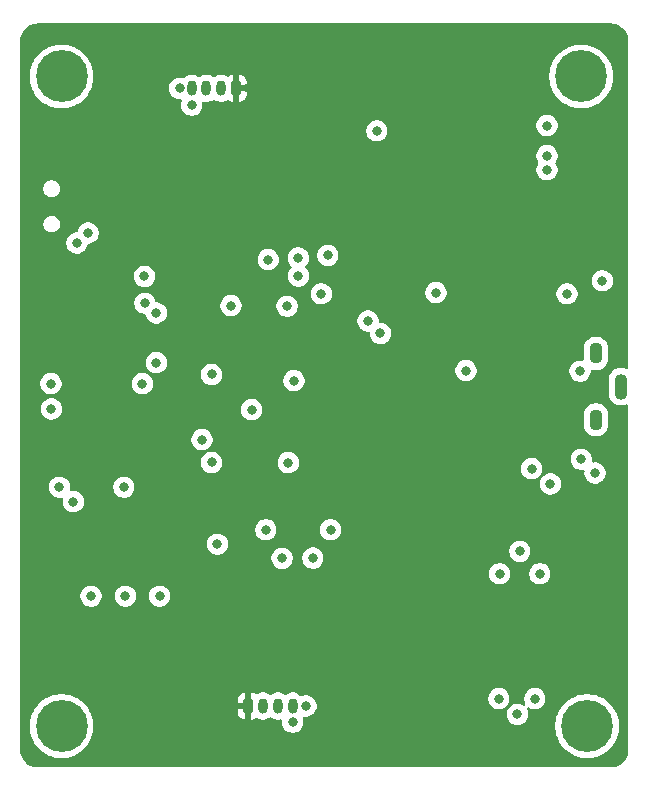
<source format=gbr>
%TF.GenerationSoftware,KiCad,Pcbnew,9.0.0*%
%TF.CreationDate,2025-03-16T21:38:05-04:00*%
%TF.ProjectId,STM32_Dev_Board,53544d33-325f-4446-9576-5f426f617264,rev?*%
%TF.SameCoordinates,Original*%
%TF.FileFunction,Copper,L3,Inr*%
%TF.FilePolarity,Positive*%
%FSLAX46Y46*%
G04 Gerber Fmt 4.6, Leading zero omitted, Abs format (unit mm)*
G04 Created by KiCad (PCBNEW 9.0.0) date 2025-03-16 21:38:05*
%MOMM*%
%LPD*%
G01*
G04 APERTURE LIST*
G04 Aperture macros list*
%AMRoundRect*
0 Rectangle with rounded corners*
0 $1 Rounding radius*
0 $2 $3 $4 $5 $6 $7 $8 $9 X,Y pos of 4 corners*
0 Add a 4 corners polygon primitive as box body*
4,1,4,$2,$3,$4,$5,$6,$7,$8,$9,$2,$3,0*
0 Add four circle primitives for the rounded corners*
1,1,$1+$1,$2,$3*
1,1,$1+$1,$4,$5*
1,1,$1+$1,$6,$7*
1,1,$1+$1,$8,$9*
0 Add four rect primitives between the rounded corners*
20,1,$1+$1,$2,$3,$4,$5,0*
20,1,$1+$1,$4,$5,$6,$7,0*
20,1,$1+$1,$6,$7,$8,$9,0*
20,1,$1+$1,$8,$9,$2,$3,0*%
G04 Aperture macros list end*
%TA.AperFunction,ComponentPad*%
%ADD10C,0.700000*%
%TD*%
%TA.AperFunction,ComponentPad*%
%ADD11C,4.400000*%
%TD*%
%TA.AperFunction,ComponentPad*%
%ADD12RoundRect,0.200000X-0.200000X-0.450000X0.200000X-0.450000X0.200000X0.450000X-0.200000X0.450000X0*%
%TD*%
%TA.AperFunction,ComponentPad*%
%ADD13O,0.800000X1.300000*%
%TD*%
%TA.AperFunction,HeatsinkPad*%
%ADD14O,1.100000X1.800000*%
%TD*%
%TA.AperFunction,HeatsinkPad*%
%ADD15O,1.100000X2.200000*%
%TD*%
%TA.AperFunction,ComponentPad*%
%ADD16RoundRect,0.200000X0.200000X0.450000X-0.200000X0.450000X-0.200000X-0.450000X0.200000X-0.450000X0*%
%TD*%
%TA.AperFunction,ViaPad*%
%ADD17C,0.800000*%
%TD*%
G04 APERTURE END LIST*
D10*
%TO.N,GND*%
%TO.C,H4*%
X161850000Y-142000000D03*
X162333274Y-140833274D03*
X162333274Y-143166726D03*
X163500000Y-140350000D03*
D11*
X163500000Y-142000000D03*
D10*
X163500000Y-143650000D03*
X164666726Y-140833274D03*
X164666726Y-143166726D03*
X165150000Y-142000000D03*
%TD*%
D12*
%TO.N,+3.3V*%
%TO.C,J4*%
X134825000Y-140300000D03*
D13*
%TO.N,Net-(J4-Pin_2)*%
X136075000Y-140300000D03*
%TO.N,Net-(J4-Pin_3)*%
X137325000Y-140300000D03*
%TO.N,GND*%
X138575000Y-140300000D03*
%TD*%
D10*
%TO.N,GND*%
%TO.C,H1*%
X117350000Y-142000000D03*
X117833274Y-140833274D03*
X117833274Y-143166726D03*
X119000000Y-140350000D03*
D11*
X119000000Y-142000000D03*
D10*
X119000000Y-143650000D03*
X120166726Y-140833274D03*
X120166726Y-143166726D03*
X120650000Y-142000000D03*
%TD*%
%TO.N,GND*%
%TO.C,H2*%
X161350000Y-87000000D03*
X161833274Y-85833274D03*
X161833274Y-88166726D03*
X163000000Y-85350000D03*
D11*
X163000000Y-87000000D03*
D10*
X163000000Y-88650000D03*
X164166726Y-85833274D03*
X164166726Y-88166726D03*
X164650000Y-87000000D03*
%TD*%
D14*
%TO.N,unconnected-(J2-Shield-Pad6)_1*%
%TO.C,J2*%
X164250000Y-116050000D03*
D15*
%TO.N,unconnected-(J2-Shield-Pad6)_2*%
X166400000Y-113250000D03*
D14*
%TO.N,unconnected-(J2-Shield-Pad6)*%
X164250000Y-110450000D03*
%TD*%
D16*
%TO.N,+3.3V*%
%TO.C,J3*%
X133775000Y-88000000D03*
D13*
%TO.N,Net-(J3-Pin_2)*%
X132525000Y-88000000D03*
%TO.N,Net-(J3-Pin_3)*%
X131275000Y-88000000D03*
%TO.N,GND*%
X130025000Y-88000000D03*
%TD*%
D10*
%TO.N,GND*%
%TO.C,H3*%
X117350000Y-87000000D03*
X117833274Y-85833274D03*
X117833274Y-88166726D03*
X119000000Y-85350000D03*
D11*
X119000000Y-87000000D03*
D10*
X119000000Y-88650000D03*
X120166726Y-85833274D03*
X120166726Y-88166726D03*
X120650000Y-87000000D03*
%TD*%
D17*
%TO.N,GND*%
X118825000Y-121775000D03*
X121500000Y-131000000D03*
X139700000Y-140300000D03*
X160100000Y-93700000D03*
X159500000Y-129100000D03*
X130900000Y-117750000D03*
X156025000Y-139675000D03*
X150700000Y-105300000D03*
X157600000Y-141000000D03*
X127025000Y-111225000D03*
X164800000Y-104300000D03*
X138200000Y-119700000D03*
X157800000Y-127200000D03*
X158800000Y-120200000D03*
X125850000Y-113000000D03*
X153250000Y-111900000D03*
X160100000Y-94900000D03*
X141775000Y-125375000D03*
X124275000Y-121775000D03*
X129000000Y-88000000D03*
X126050000Y-106200000D03*
X136300000Y-125375000D03*
X131700000Y-119675000D03*
X124400000Y-131000000D03*
X137675000Y-127800000D03*
X132200000Y-126600000D03*
X138675000Y-112750000D03*
X144950000Y-107700000D03*
X138575000Y-141675000D03*
X160100000Y-91150000D03*
X163000000Y-119400000D03*
X160400000Y-121500000D03*
X120000000Y-123000000D03*
X130025000Y-89425000D03*
X164175000Y-120575000D03*
X159075000Y-139675000D03*
X139050000Y-103900000D03*
X162900000Y-111950000D03*
X127025000Y-107025000D03*
X140275000Y-127775000D03*
X126025000Y-103925000D03*
X131700000Y-112225000D03*
X118150000Y-115150000D03*
X156100000Y-129100000D03*
X146000000Y-108750000D03*
X127300000Y-131000000D03*
X161800000Y-105400000D03*
X121250000Y-100250000D03*
X118100000Y-113000000D03*
X141550000Y-102150000D03*
X139050000Y-102350000D03*
X120300000Y-101100000D03*
%TO.N,+3.3V*%
X134800000Y-88000000D03*
X133150000Y-98850000D03*
X161750000Y-133500000D03*
X160100000Y-96200000D03*
X141500000Y-100600000D03*
X164100000Y-134100000D03*
X129800000Y-110100000D03*
X165900000Y-131600000D03*
X119900000Y-96900000D03*
X162750000Y-134000000D03*
X157100000Y-124500000D03*
X161750000Y-129750000D03*
X133700000Y-140300000D03*
X143400000Y-107750000D03*
X142000000Y-123825000D03*
X125600000Y-122150000D03*
X133775000Y-86600000D03*
X158900000Y-125800000D03*
X161750000Y-131000000D03*
X164187500Y-125787500D03*
X133400000Y-123800000D03*
X121450000Y-95750000D03*
X160250000Y-131250000D03*
X161750000Y-132250000D03*
X127600000Y-103950000D03*
X161750000Y-128500000D03*
X133237500Y-102175000D03*
X158150000Y-97450000D03*
X134825000Y-141725000D03*
%TO.N,I2C_SDA*%
X133350000Y-106400000D03*
X136500000Y-102500000D03*
%TO.N,SWO*%
X145700000Y-91600000D03*
X138100000Y-106450000D03*
%TO.N,NRST*%
X135100000Y-115200000D03*
X141000000Y-105400000D03*
%TD*%
%TA.AperFunction,Conductor*%
%TO.N,+3.3V*%
G36*
X165504418Y-82500816D02*
G01*
X165704561Y-82515130D01*
X165722063Y-82517647D01*
X165913797Y-82559355D01*
X165930755Y-82564334D01*
X166114609Y-82632909D01*
X166130701Y-82640259D01*
X166302904Y-82734288D01*
X166317784Y-82743849D01*
X166474867Y-82861441D01*
X166488237Y-82873027D01*
X166626972Y-83011762D01*
X166638558Y-83025132D01*
X166756146Y-83182210D01*
X166765711Y-83197095D01*
X166859740Y-83369298D01*
X166867090Y-83385390D01*
X166935662Y-83569236D01*
X166940646Y-83586212D01*
X166982351Y-83777931D01*
X166984869Y-83795442D01*
X166999184Y-83995580D01*
X166999500Y-84004427D01*
X166999500Y-111625688D01*
X166979815Y-111692727D01*
X166927011Y-111738482D01*
X166857853Y-111748426D01*
X166828048Y-111740249D01*
X166706424Y-111689871D01*
X166706412Y-111689868D01*
X166503469Y-111649500D01*
X166503465Y-111649500D01*
X166296535Y-111649500D01*
X166296530Y-111649500D01*
X166093587Y-111689868D01*
X166093579Y-111689870D01*
X165902403Y-111769058D01*
X165730342Y-111884024D01*
X165584024Y-112030342D01*
X165469058Y-112202403D01*
X165389870Y-112393579D01*
X165389868Y-112393587D01*
X165349500Y-112596530D01*
X165349500Y-113903469D01*
X165389868Y-114106412D01*
X165389870Y-114106420D01*
X165469058Y-114297596D01*
X165584024Y-114469657D01*
X165730342Y-114615975D01*
X165730345Y-114615977D01*
X165902402Y-114730941D01*
X166093580Y-114810130D01*
X166296530Y-114850499D01*
X166296534Y-114850500D01*
X166296535Y-114850500D01*
X166503466Y-114850500D01*
X166503467Y-114850499D01*
X166706420Y-114810130D01*
X166828047Y-114759749D01*
X166897516Y-114752281D01*
X166959996Y-114783556D01*
X166995648Y-114843645D01*
X166999500Y-114874311D01*
X166999500Y-143995572D01*
X166999184Y-144004418D01*
X166999184Y-144004419D01*
X166984869Y-144204557D01*
X166982351Y-144222068D01*
X166940646Y-144413787D01*
X166935662Y-144430763D01*
X166867090Y-144614609D01*
X166859740Y-144630701D01*
X166765711Y-144802904D01*
X166756146Y-144817789D01*
X166638558Y-144974867D01*
X166626972Y-144988237D01*
X166488237Y-145126972D01*
X166474867Y-145138558D01*
X166317789Y-145256146D01*
X166302904Y-145265711D01*
X166130701Y-145359740D01*
X166114609Y-145367090D01*
X165930763Y-145435662D01*
X165913787Y-145440646D01*
X165722068Y-145482351D01*
X165704557Y-145484869D01*
X165523779Y-145497799D01*
X165504417Y-145499184D01*
X165495572Y-145499500D01*
X117004428Y-145499500D01*
X116995582Y-145499184D01*
X116973622Y-145497613D01*
X116795442Y-145484869D01*
X116777931Y-145482351D01*
X116586212Y-145440646D01*
X116569236Y-145435662D01*
X116385390Y-145367090D01*
X116369298Y-145359740D01*
X116197095Y-145265711D01*
X116182210Y-145256146D01*
X116025132Y-145138558D01*
X116011762Y-145126972D01*
X115873027Y-144988237D01*
X115861441Y-144974867D01*
X115743849Y-144817784D01*
X115734288Y-144802904D01*
X115640259Y-144630701D01*
X115632909Y-144614609D01*
X115627103Y-144599042D01*
X115564334Y-144430755D01*
X115559355Y-144413797D01*
X115517647Y-144222063D01*
X115515130Y-144204556D01*
X115500816Y-144004418D01*
X115500500Y-143995572D01*
X115500500Y-141848336D01*
X116299500Y-141848336D01*
X116299500Y-142151663D01*
X116333457Y-142453048D01*
X116333459Y-142453060D01*
X116333460Y-142453063D01*
X116338014Y-142473016D01*
X116400953Y-142748771D01*
X116400957Y-142748783D01*
X116501133Y-143035068D01*
X116632733Y-143308338D01*
X116632735Y-143308341D01*
X116794108Y-143565164D01*
X116983221Y-143802304D01*
X117197696Y-144016779D01*
X117434836Y-144205892D01*
X117691659Y-144367265D01*
X117964935Y-144498868D01*
X118179951Y-144574105D01*
X118251216Y-144599042D01*
X118251228Y-144599046D01*
X118546937Y-144666540D01*
X118546946Y-144666541D01*
X118546951Y-144666542D01*
X118747874Y-144689180D01*
X118848337Y-144700499D01*
X118848340Y-144700500D01*
X118848343Y-144700500D01*
X119151660Y-144700500D01*
X119151661Y-144700499D01*
X119305694Y-144683144D01*
X119453048Y-144666542D01*
X119453051Y-144666541D01*
X119453063Y-144666540D01*
X119748772Y-144599046D01*
X120035065Y-144498868D01*
X120308341Y-144367265D01*
X120565164Y-144205892D01*
X120802304Y-144016779D01*
X121016779Y-143802304D01*
X121205892Y-143565164D01*
X121367265Y-143308341D01*
X121498868Y-143035065D01*
X121599046Y-142748772D01*
X121666540Y-142453063D01*
X121700500Y-142151657D01*
X121700500Y-141848343D01*
X121670976Y-141586304D01*
X121666542Y-141546951D01*
X121666541Y-141546946D01*
X121666540Y-141546937D01*
X121599046Y-141251228D01*
X121498868Y-140964935D01*
X121422609Y-140806582D01*
X133925001Y-140806582D01*
X133931408Y-140877102D01*
X133931409Y-140877107D01*
X133981981Y-141039396D01*
X134069927Y-141184877D01*
X134190122Y-141305072D01*
X134335604Y-141393019D01*
X134335603Y-141393019D01*
X134497894Y-141443590D01*
X134497893Y-141443590D01*
X134568408Y-141449998D01*
X134568426Y-141449999D01*
X134574999Y-141449998D01*
X134575000Y-141449998D01*
X134575000Y-140550000D01*
X133925001Y-140550000D01*
X133925001Y-140806582D01*
X121422609Y-140806582D01*
X121367265Y-140691659D01*
X121297643Y-140580856D01*
X121287435Y-140564610D01*
X121229880Y-140473013D01*
X121205892Y-140434836D01*
X121058707Y-140250272D01*
X134575000Y-140250272D01*
X134575000Y-140349728D01*
X134613060Y-140441614D01*
X134683386Y-140511940D01*
X134775272Y-140550000D01*
X134874728Y-140550000D01*
X134966614Y-140511940D01*
X135036940Y-140441614D01*
X135075000Y-140349728D01*
X135075000Y-141449999D01*
X135081581Y-141449999D01*
X135152102Y-141443591D01*
X135152107Y-141443590D01*
X135314398Y-141393018D01*
X135457662Y-141306411D01*
X135525217Y-141288574D01*
X135590702Y-141309425D01*
X135648453Y-141348013D01*
X135648455Y-141348014D01*
X135648457Y-141348015D01*
X135757106Y-141393018D01*
X135812334Y-141415894D01*
X135812336Y-141415894D01*
X135812341Y-141415896D01*
X135986304Y-141450499D01*
X135986307Y-141450500D01*
X135986309Y-141450500D01*
X136163693Y-141450500D01*
X136163694Y-141450499D01*
X136221682Y-141438964D01*
X136337658Y-141415896D01*
X136337661Y-141415894D01*
X136337666Y-141415894D01*
X136501547Y-141348013D01*
X136607296Y-141277352D01*
X136631109Y-141261442D01*
X136697786Y-141240564D01*
X136765166Y-141259048D01*
X136768891Y-141261442D01*
X136834188Y-141305072D01*
X136898453Y-141348013D01*
X136898455Y-141348014D01*
X136898459Y-141348016D01*
X137007106Y-141393018D01*
X137062334Y-141415894D01*
X137062336Y-141415894D01*
X137062341Y-141415896D01*
X137236304Y-141450499D01*
X137236307Y-141450500D01*
X137236309Y-141450500D01*
X137413693Y-141450500D01*
X137531356Y-141427095D01*
X137600948Y-141433322D01*
X137656125Y-141476185D01*
X137679370Y-141542075D01*
X137677166Y-141572898D01*
X137674500Y-141586301D01*
X137674500Y-141763695D01*
X137709103Y-141937658D01*
X137709106Y-141937667D01*
X137776983Y-142101540D01*
X137776990Y-142101553D01*
X137875535Y-142249034D01*
X137875538Y-142249038D01*
X138000961Y-142374461D01*
X138000965Y-142374464D01*
X138148446Y-142473009D01*
X138148459Y-142473016D01*
X138271363Y-142523923D01*
X138312334Y-142540894D01*
X138312336Y-142540894D01*
X138312341Y-142540896D01*
X138486304Y-142575499D01*
X138486307Y-142575500D01*
X138486309Y-142575500D01*
X138663693Y-142575500D01*
X138663694Y-142575499D01*
X138721682Y-142563964D01*
X138837658Y-142540896D01*
X138837661Y-142540894D01*
X138837666Y-142540894D01*
X139001547Y-142473013D01*
X139149035Y-142374464D01*
X139274464Y-142249035D01*
X139373013Y-142101547D01*
X139440894Y-141937666D01*
X139455171Y-141865894D01*
X139475499Y-141763695D01*
X139475500Y-141763693D01*
X139475500Y-141586306D01*
X139475499Y-141586304D01*
X139440896Y-141412341D01*
X139440893Y-141412332D01*
X139432893Y-141393019D01*
X139418746Y-141358865D01*
X139411278Y-141289397D01*
X139442554Y-141226918D01*
X139502643Y-141191266D01*
X139557500Y-141189797D01*
X139611306Y-141200500D01*
X139611309Y-141200500D01*
X139788693Y-141200500D01*
X139788694Y-141200499D01*
X139867233Y-141184877D01*
X139962658Y-141165896D01*
X139962661Y-141165894D01*
X139962666Y-141165894D01*
X140126547Y-141098013D01*
X140274035Y-140999464D01*
X140362195Y-140911304D01*
X156699500Y-140911304D01*
X156699500Y-141088695D01*
X156734103Y-141262658D01*
X156734106Y-141262667D01*
X156801983Y-141426540D01*
X156801990Y-141426553D01*
X156900535Y-141574034D01*
X156900538Y-141574038D01*
X157025961Y-141699461D01*
X157025965Y-141699464D01*
X157173446Y-141798009D01*
X157173459Y-141798016D01*
X157294945Y-141848336D01*
X157337334Y-141865894D01*
X157337336Y-141865894D01*
X157337341Y-141865896D01*
X157511304Y-141900499D01*
X157511307Y-141900500D01*
X157511309Y-141900500D01*
X157688693Y-141900500D01*
X157688694Y-141900499D01*
X157746682Y-141888964D01*
X157862658Y-141865896D01*
X157862661Y-141865894D01*
X157862666Y-141865894D01*
X157905055Y-141848336D01*
X160799500Y-141848336D01*
X160799500Y-142151663D01*
X160833457Y-142453048D01*
X160833459Y-142453060D01*
X160833460Y-142453063D01*
X160838014Y-142473016D01*
X160900953Y-142748771D01*
X160900957Y-142748783D01*
X161001133Y-143035068D01*
X161132733Y-143308338D01*
X161132735Y-143308341D01*
X161294108Y-143565164D01*
X161483221Y-143802304D01*
X161697696Y-144016779D01*
X161934836Y-144205892D01*
X162191659Y-144367265D01*
X162464935Y-144498868D01*
X162679951Y-144574105D01*
X162751216Y-144599042D01*
X162751228Y-144599046D01*
X163046937Y-144666540D01*
X163046946Y-144666541D01*
X163046951Y-144666542D01*
X163247874Y-144689180D01*
X163348337Y-144700499D01*
X163348340Y-144700500D01*
X163348343Y-144700500D01*
X163651660Y-144700500D01*
X163651661Y-144700499D01*
X163805694Y-144683144D01*
X163953048Y-144666542D01*
X163953051Y-144666541D01*
X163953063Y-144666540D01*
X164248772Y-144599046D01*
X164535065Y-144498868D01*
X164808341Y-144367265D01*
X165065164Y-144205892D01*
X165302304Y-144016779D01*
X165516779Y-143802304D01*
X165705892Y-143565164D01*
X165867265Y-143308341D01*
X165998868Y-143035065D01*
X166099046Y-142748772D01*
X166166540Y-142453063D01*
X166200500Y-142151657D01*
X166200500Y-141848343D01*
X166170976Y-141586304D01*
X166166542Y-141546951D01*
X166166541Y-141546946D01*
X166166540Y-141546937D01*
X166099046Y-141251228D01*
X165998868Y-140964935D01*
X165867265Y-140691659D01*
X165705892Y-140434836D01*
X165516779Y-140197696D01*
X165302304Y-139983221D01*
X165065164Y-139794108D01*
X164808341Y-139632735D01*
X164808338Y-139632733D01*
X164535068Y-139501133D01*
X164248783Y-139400957D01*
X164248771Y-139400953D01*
X164020556Y-139348864D01*
X163953063Y-139333460D01*
X163953060Y-139333459D01*
X163953048Y-139333457D01*
X163651663Y-139299500D01*
X163651657Y-139299500D01*
X163348343Y-139299500D01*
X163348336Y-139299500D01*
X163046951Y-139333457D01*
X163046937Y-139333460D01*
X162751228Y-139400953D01*
X162751216Y-139400957D01*
X162464931Y-139501133D01*
X162191661Y-139632733D01*
X161934837Y-139794107D01*
X161697696Y-139983220D01*
X161483220Y-140197696D01*
X161294107Y-140434837D01*
X161132733Y-140691661D01*
X161001133Y-140964931D01*
X160900957Y-141251216D01*
X160900953Y-141251228D01*
X160833460Y-141546937D01*
X160833457Y-141546951D01*
X160799500Y-141848336D01*
X157905055Y-141848336D01*
X158026547Y-141798013D01*
X158026553Y-141798009D01*
X158110733Y-141741762D01*
X158142395Y-141720604D01*
X158174035Y-141699464D01*
X158299464Y-141574035D01*
X158398013Y-141426547D01*
X158465894Y-141262666D01*
X158466138Y-141261442D01*
X158495764Y-141112500D01*
X158500500Y-141088691D01*
X158500500Y-140911309D01*
X158500500Y-140911306D01*
X158500499Y-140911304D01*
X158465896Y-140737341D01*
X158465893Y-140737332D01*
X158401080Y-140580856D01*
X158393611Y-140511386D01*
X158424887Y-140448907D01*
X158484976Y-140413256D01*
X158554801Y-140415750D01*
X158584528Y-140430299D01*
X158648453Y-140473013D01*
X158648455Y-140473014D01*
X158648459Y-140473016D01*
X158742432Y-140511940D01*
X158812334Y-140540894D01*
X158812336Y-140540894D01*
X158812341Y-140540896D01*
X158986304Y-140575499D01*
X158986307Y-140575500D01*
X158986309Y-140575500D01*
X159163693Y-140575500D01*
X159163694Y-140575499D01*
X159221682Y-140563964D01*
X159337658Y-140540896D01*
X159337661Y-140540894D01*
X159337666Y-140540894D01*
X159501547Y-140473013D01*
X159649035Y-140374464D01*
X159774464Y-140249035D01*
X159873013Y-140101547D01*
X159940894Y-139937666D01*
X159950861Y-139887562D01*
X159975499Y-139763695D01*
X159975500Y-139763693D01*
X159975500Y-139586306D01*
X159975499Y-139586304D01*
X159940896Y-139412341D01*
X159940893Y-139412332D01*
X159936181Y-139400957D01*
X159908224Y-139333460D01*
X159873016Y-139248459D01*
X159873009Y-139248446D01*
X159774464Y-139100965D01*
X159774461Y-139100961D01*
X159649038Y-138975538D01*
X159649034Y-138975535D01*
X159501553Y-138876990D01*
X159501540Y-138876983D01*
X159337667Y-138809106D01*
X159337658Y-138809103D01*
X159163694Y-138774500D01*
X159163691Y-138774500D01*
X158986309Y-138774500D01*
X158986306Y-138774500D01*
X158812341Y-138809103D01*
X158812332Y-138809106D01*
X158648459Y-138876983D01*
X158648446Y-138876990D01*
X158500965Y-138975535D01*
X158500961Y-138975538D01*
X158375538Y-139100961D01*
X158375535Y-139100965D01*
X158276990Y-139248446D01*
X158276983Y-139248459D01*
X158209106Y-139412332D01*
X158209103Y-139412341D01*
X158174500Y-139586304D01*
X158174500Y-139763695D01*
X158209103Y-139937658D01*
X158209105Y-139937662D01*
X158209106Y-139937666D01*
X158242707Y-140018789D01*
X158273920Y-140094144D01*
X158281388Y-140163613D01*
X158250112Y-140226092D01*
X158190023Y-140261744D01*
X158120198Y-140259249D01*
X158090467Y-140244697D01*
X158026552Y-140201990D01*
X158026540Y-140201983D01*
X157862667Y-140134106D01*
X157862658Y-140134103D01*
X157688694Y-140099500D01*
X157688691Y-140099500D01*
X157511309Y-140099500D01*
X157511306Y-140099500D01*
X157337341Y-140134103D01*
X157337332Y-140134106D01*
X157173459Y-140201983D01*
X157173446Y-140201990D01*
X157025965Y-140300535D01*
X157025961Y-140300538D01*
X156900538Y-140425961D01*
X156900535Y-140425965D01*
X156801990Y-140573446D01*
X156801983Y-140573459D01*
X156734106Y-140737332D01*
X156734103Y-140737341D01*
X156699500Y-140911304D01*
X140362195Y-140911304D01*
X140399464Y-140874035D01*
X140498013Y-140726547D01*
X140565894Y-140562666D01*
X140568414Y-140550000D01*
X140593086Y-140425961D01*
X140600500Y-140388691D01*
X140600500Y-140211309D01*
X140600500Y-140211306D01*
X140600499Y-140211304D01*
X140565896Y-140037341D01*
X140565893Y-140037332D01*
X140498016Y-139873459D01*
X140498009Y-139873446D01*
X140399464Y-139725965D01*
X140399461Y-139725961D01*
X140274038Y-139600538D01*
X140274034Y-139600535D01*
X140252736Y-139586304D01*
X155124500Y-139586304D01*
X155124500Y-139763695D01*
X155159103Y-139937658D01*
X155159106Y-139937667D01*
X155226983Y-140101540D01*
X155226990Y-140101553D01*
X155325535Y-140249034D01*
X155325538Y-140249038D01*
X155450961Y-140374461D01*
X155450965Y-140374464D01*
X155598446Y-140473009D01*
X155598459Y-140473016D01*
X155692432Y-140511940D01*
X155762334Y-140540894D01*
X155762336Y-140540894D01*
X155762341Y-140540896D01*
X155936304Y-140575499D01*
X155936307Y-140575500D01*
X155936309Y-140575500D01*
X156113693Y-140575500D01*
X156113694Y-140575499D01*
X156171682Y-140563964D01*
X156287658Y-140540896D01*
X156287661Y-140540894D01*
X156287666Y-140540894D01*
X156451547Y-140473013D01*
X156599035Y-140374464D01*
X156724464Y-140249035D01*
X156823013Y-140101547D01*
X156890894Y-139937666D01*
X156900861Y-139887562D01*
X156925499Y-139763695D01*
X156925500Y-139763693D01*
X156925500Y-139586306D01*
X156925499Y-139586304D01*
X156890896Y-139412341D01*
X156890893Y-139412332D01*
X156886181Y-139400957D01*
X156858224Y-139333460D01*
X156823016Y-139248459D01*
X156823009Y-139248446D01*
X156724464Y-139100965D01*
X156724461Y-139100961D01*
X156599038Y-138975538D01*
X156599034Y-138975535D01*
X156451553Y-138876990D01*
X156451540Y-138876983D01*
X156287667Y-138809106D01*
X156287658Y-138809103D01*
X156113694Y-138774500D01*
X156113691Y-138774500D01*
X155936309Y-138774500D01*
X155936306Y-138774500D01*
X155762341Y-138809103D01*
X155762332Y-138809106D01*
X155598459Y-138876983D01*
X155598446Y-138876990D01*
X155450965Y-138975535D01*
X155450961Y-138975538D01*
X155325538Y-139100961D01*
X155325535Y-139100965D01*
X155226990Y-139248446D01*
X155226983Y-139248459D01*
X155159106Y-139412332D01*
X155159103Y-139412341D01*
X155124500Y-139586304D01*
X140252736Y-139586304D01*
X140126553Y-139501990D01*
X140126540Y-139501983D01*
X139962667Y-139434106D01*
X139962658Y-139434103D01*
X139788694Y-139399500D01*
X139788691Y-139399500D01*
X139611309Y-139399500D01*
X139611306Y-139399500D01*
X139437341Y-139434103D01*
X139437337Y-139434105D01*
X139437335Y-139434105D01*
X139437334Y-139434106D01*
X139426593Y-139438555D01*
X139369114Y-139462363D01*
X139299644Y-139469830D01*
X139237166Y-139438555D01*
X139233982Y-139435482D01*
X139149038Y-139350538D01*
X139149034Y-139350535D01*
X139001553Y-139251990D01*
X139001540Y-139251983D01*
X138837667Y-139184106D01*
X138837658Y-139184103D01*
X138663694Y-139149500D01*
X138663691Y-139149500D01*
X138486309Y-139149500D01*
X138486306Y-139149500D01*
X138312341Y-139184103D01*
X138312332Y-139184106D01*
X138148459Y-139251983D01*
X138148446Y-139251990D01*
X138018891Y-139338557D01*
X137952213Y-139359435D01*
X137884833Y-139340950D01*
X137881109Y-139338557D01*
X137751553Y-139251990D01*
X137751540Y-139251983D01*
X137587667Y-139184106D01*
X137587658Y-139184103D01*
X137413694Y-139149500D01*
X137413691Y-139149500D01*
X137236309Y-139149500D01*
X137236306Y-139149500D01*
X137062341Y-139184103D01*
X137062332Y-139184106D01*
X136898459Y-139251983D01*
X136898446Y-139251990D01*
X136768891Y-139338557D01*
X136702213Y-139359435D01*
X136634833Y-139340950D01*
X136631109Y-139338557D01*
X136501553Y-139251990D01*
X136501540Y-139251983D01*
X136337667Y-139184106D01*
X136337658Y-139184103D01*
X136163694Y-139149500D01*
X136163691Y-139149500D01*
X135986309Y-139149500D01*
X135986306Y-139149500D01*
X135812341Y-139184103D01*
X135812332Y-139184106D01*
X135648459Y-139251983D01*
X135648448Y-139251989D01*
X135590702Y-139290574D01*
X135524024Y-139311451D01*
X135457662Y-139293588D01*
X135314395Y-139206980D01*
X135314396Y-139206980D01*
X135152105Y-139156409D01*
X135152106Y-139156409D01*
X135081572Y-139150000D01*
X135075000Y-139150000D01*
X135075000Y-140250272D01*
X135036940Y-140158386D01*
X134966614Y-140088060D01*
X134874728Y-140050000D01*
X134775272Y-140050000D01*
X134683386Y-140088060D01*
X134613060Y-140158386D01*
X134575000Y-140250272D01*
X121058707Y-140250272D01*
X121016779Y-140197696D01*
X120802304Y-139983221D01*
X120802303Y-139983220D01*
X120682352Y-139887562D01*
X120635889Y-139850509D01*
X120565164Y-139794108D01*
X120564080Y-139793427D01*
X133925000Y-139793427D01*
X133925000Y-140050000D01*
X134575000Y-140050000D01*
X134575000Y-139150000D01*
X134574999Y-139149999D01*
X134568436Y-139150000D01*
X134568417Y-139150001D01*
X134497897Y-139156408D01*
X134497892Y-139156409D01*
X134335603Y-139206981D01*
X134190122Y-139294927D01*
X134069927Y-139415122D01*
X133981980Y-139560604D01*
X133931409Y-139722893D01*
X133925000Y-139793427D01*
X120564080Y-139793427D01*
X120308341Y-139632735D01*
X120308338Y-139632733D01*
X120035068Y-139501133D01*
X119748783Y-139400957D01*
X119748771Y-139400953D01*
X119520556Y-139348864D01*
X119453063Y-139333460D01*
X119453060Y-139333459D01*
X119453048Y-139333457D01*
X119151663Y-139299500D01*
X119151657Y-139299500D01*
X118848343Y-139299500D01*
X118848336Y-139299500D01*
X118546951Y-139333457D01*
X118546937Y-139333460D01*
X118251228Y-139400953D01*
X118251216Y-139400957D01*
X117964931Y-139501133D01*
X117691661Y-139632733D01*
X117434837Y-139794107D01*
X117197696Y-139983220D01*
X116983220Y-140197696D01*
X116794107Y-140434837D01*
X116632733Y-140691661D01*
X116501133Y-140964931D01*
X116400957Y-141251216D01*
X116400953Y-141251228D01*
X116333460Y-141546937D01*
X116333457Y-141546951D01*
X116299500Y-141848336D01*
X115500500Y-141848336D01*
X115500500Y-130911304D01*
X120599500Y-130911304D01*
X120599500Y-131088695D01*
X120634103Y-131262658D01*
X120634106Y-131262667D01*
X120701983Y-131426540D01*
X120701990Y-131426553D01*
X120800535Y-131574034D01*
X120800538Y-131574038D01*
X120925961Y-131699461D01*
X120925965Y-131699464D01*
X121073446Y-131798009D01*
X121073459Y-131798016D01*
X121196363Y-131848923D01*
X121237334Y-131865894D01*
X121237336Y-131865894D01*
X121237341Y-131865896D01*
X121411304Y-131900499D01*
X121411307Y-131900500D01*
X121411309Y-131900500D01*
X121588693Y-131900500D01*
X121588694Y-131900499D01*
X121646682Y-131888964D01*
X121762658Y-131865896D01*
X121762661Y-131865894D01*
X121762666Y-131865894D01*
X121926547Y-131798013D01*
X122074035Y-131699464D01*
X122199464Y-131574035D01*
X122298013Y-131426547D01*
X122365894Y-131262666D01*
X122400500Y-131088691D01*
X122400500Y-130911309D01*
X122400500Y-130911306D01*
X122400499Y-130911304D01*
X123499500Y-130911304D01*
X123499500Y-131088695D01*
X123534103Y-131262658D01*
X123534106Y-131262667D01*
X123601983Y-131426540D01*
X123601990Y-131426553D01*
X123700535Y-131574034D01*
X123700538Y-131574038D01*
X123825961Y-131699461D01*
X123825965Y-131699464D01*
X123973446Y-131798009D01*
X123973459Y-131798016D01*
X124096363Y-131848923D01*
X124137334Y-131865894D01*
X124137336Y-131865894D01*
X124137341Y-131865896D01*
X124311304Y-131900499D01*
X124311307Y-131900500D01*
X124311309Y-131900500D01*
X124488693Y-131900500D01*
X124488694Y-131900499D01*
X124546682Y-131888964D01*
X124662658Y-131865896D01*
X124662661Y-131865894D01*
X124662666Y-131865894D01*
X124826547Y-131798013D01*
X124974035Y-131699464D01*
X125099464Y-131574035D01*
X125198013Y-131426547D01*
X125265894Y-131262666D01*
X125300500Y-131088691D01*
X125300500Y-130911309D01*
X125300500Y-130911306D01*
X125300499Y-130911304D01*
X126399500Y-130911304D01*
X126399500Y-131088695D01*
X126434103Y-131262658D01*
X126434106Y-131262667D01*
X126501983Y-131426540D01*
X126501990Y-131426553D01*
X126600535Y-131574034D01*
X126600538Y-131574038D01*
X126725961Y-131699461D01*
X126725965Y-131699464D01*
X126873446Y-131798009D01*
X126873459Y-131798016D01*
X126996363Y-131848923D01*
X127037334Y-131865894D01*
X127037336Y-131865894D01*
X127037341Y-131865896D01*
X127211304Y-131900499D01*
X127211307Y-131900500D01*
X127211309Y-131900500D01*
X127388693Y-131900500D01*
X127388694Y-131900499D01*
X127446682Y-131888964D01*
X127562658Y-131865896D01*
X127562661Y-131865894D01*
X127562666Y-131865894D01*
X127726547Y-131798013D01*
X127874035Y-131699464D01*
X127999464Y-131574035D01*
X128098013Y-131426547D01*
X128165894Y-131262666D01*
X128200500Y-131088691D01*
X128200500Y-130911309D01*
X128200500Y-130911306D01*
X128200499Y-130911304D01*
X128165896Y-130737341D01*
X128165893Y-130737332D01*
X128098016Y-130573459D01*
X128098009Y-130573446D01*
X127999464Y-130425965D01*
X127999461Y-130425961D01*
X127874038Y-130300538D01*
X127874034Y-130300535D01*
X127726553Y-130201990D01*
X127726540Y-130201983D01*
X127562667Y-130134106D01*
X127562658Y-130134103D01*
X127388694Y-130099500D01*
X127388691Y-130099500D01*
X127211309Y-130099500D01*
X127211306Y-130099500D01*
X127037341Y-130134103D01*
X127037332Y-130134106D01*
X126873459Y-130201983D01*
X126873446Y-130201990D01*
X126725965Y-130300535D01*
X126725961Y-130300538D01*
X126600538Y-130425961D01*
X126600535Y-130425965D01*
X126501990Y-130573446D01*
X126501983Y-130573459D01*
X126434106Y-130737332D01*
X126434103Y-130737341D01*
X126399500Y-130911304D01*
X125300499Y-130911304D01*
X125265896Y-130737341D01*
X125265893Y-130737332D01*
X125198016Y-130573459D01*
X125198009Y-130573446D01*
X125099464Y-130425965D01*
X125099461Y-130425961D01*
X124974038Y-130300538D01*
X124974034Y-130300535D01*
X124826553Y-130201990D01*
X124826540Y-130201983D01*
X124662667Y-130134106D01*
X124662658Y-130134103D01*
X124488694Y-130099500D01*
X124488691Y-130099500D01*
X124311309Y-130099500D01*
X124311306Y-130099500D01*
X124137341Y-130134103D01*
X124137332Y-130134106D01*
X123973459Y-130201983D01*
X123973446Y-130201990D01*
X123825965Y-130300535D01*
X123825961Y-130300538D01*
X123700538Y-130425961D01*
X123700535Y-130425965D01*
X123601990Y-130573446D01*
X123601983Y-130573459D01*
X123534106Y-130737332D01*
X123534103Y-130737341D01*
X123499500Y-130911304D01*
X122400499Y-130911304D01*
X122365896Y-130737341D01*
X122365893Y-130737332D01*
X122298016Y-130573459D01*
X122298009Y-130573446D01*
X122199464Y-130425965D01*
X122199461Y-130425961D01*
X122074038Y-130300538D01*
X122074034Y-130300535D01*
X121926553Y-130201990D01*
X121926540Y-130201983D01*
X121762667Y-130134106D01*
X121762658Y-130134103D01*
X121588694Y-130099500D01*
X121588691Y-130099500D01*
X121411309Y-130099500D01*
X121411306Y-130099500D01*
X121237341Y-130134103D01*
X121237332Y-130134106D01*
X121073459Y-130201983D01*
X121073446Y-130201990D01*
X120925965Y-130300535D01*
X120925961Y-130300538D01*
X120800538Y-130425961D01*
X120800535Y-130425965D01*
X120701990Y-130573446D01*
X120701983Y-130573459D01*
X120634106Y-130737332D01*
X120634103Y-130737341D01*
X120599500Y-130911304D01*
X115500500Y-130911304D01*
X115500500Y-129011304D01*
X155199500Y-129011304D01*
X155199500Y-129188695D01*
X155234103Y-129362658D01*
X155234106Y-129362667D01*
X155301983Y-129526540D01*
X155301990Y-129526553D01*
X155400535Y-129674034D01*
X155400538Y-129674038D01*
X155525961Y-129799461D01*
X155525965Y-129799464D01*
X155673446Y-129898009D01*
X155673459Y-129898016D01*
X155796363Y-129948923D01*
X155837334Y-129965894D01*
X155837336Y-129965894D01*
X155837341Y-129965896D01*
X156011304Y-130000499D01*
X156011307Y-130000500D01*
X156011309Y-130000500D01*
X156188693Y-130000500D01*
X156188694Y-130000499D01*
X156246682Y-129988964D01*
X156362658Y-129965896D01*
X156362661Y-129965894D01*
X156362666Y-129965894D01*
X156526547Y-129898013D01*
X156674035Y-129799464D01*
X156799464Y-129674035D01*
X156898013Y-129526547D01*
X156965894Y-129362666D01*
X157000500Y-129188691D01*
X157000500Y-129011309D01*
X157000500Y-129011306D01*
X157000499Y-129011304D01*
X158599500Y-129011304D01*
X158599500Y-129188695D01*
X158634103Y-129362658D01*
X158634106Y-129362667D01*
X158701983Y-129526540D01*
X158701990Y-129526553D01*
X158800535Y-129674034D01*
X158800538Y-129674038D01*
X158925961Y-129799461D01*
X158925965Y-129799464D01*
X159073446Y-129898009D01*
X159073459Y-129898016D01*
X159196363Y-129948923D01*
X159237334Y-129965894D01*
X159237336Y-129965894D01*
X159237341Y-129965896D01*
X159411304Y-130000499D01*
X159411307Y-130000500D01*
X159411309Y-130000500D01*
X159588693Y-130000500D01*
X159588694Y-130000499D01*
X159646682Y-129988964D01*
X159762658Y-129965896D01*
X159762661Y-129965894D01*
X159762666Y-129965894D01*
X159926547Y-129898013D01*
X160074035Y-129799464D01*
X160199464Y-129674035D01*
X160298013Y-129526547D01*
X160365894Y-129362666D01*
X160400500Y-129188691D01*
X160400500Y-129011309D01*
X160400500Y-129011306D01*
X160400499Y-129011304D01*
X160365896Y-128837341D01*
X160365893Y-128837332D01*
X160298016Y-128673459D01*
X160298009Y-128673446D01*
X160199464Y-128525965D01*
X160199461Y-128525961D01*
X160074038Y-128400538D01*
X160074034Y-128400535D01*
X159926553Y-128301990D01*
X159926540Y-128301983D01*
X159762667Y-128234106D01*
X159762658Y-128234103D01*
X159588694Y-128199500D01*
X159588691Y-128199500D01*
X159411309Y-128199500D01*
X159411306Y-128199500D01*
X159237341Y-128234103D01*
X159237332Y-128234106D01*
X159073459Y-128301983D01*
X159073446Y-128301990D01*
X158925965Y-128400535D01*
X158925961Y-128400538D01*
X158800538Y-128525961D01*
X158800535Y-128525965D01*
X158701990Y-128673446D01*
X158701983Y-128673459D01*
X158634106Y-128837332D01*
X158634103Y-128837341D01*
X158599500Y-129011304D01*
X157000499Y-129011304D01*
X156965896Y-128837341D01*
X156965893Y-128837332D01*
X156898016Y-128673459D01*
X156898009Y-128673446D01*
X156799464Y-128525965D01*
X156799461Y-128525961D01*
X156674038Y-128400538D01*
X156674034Y-128400535D01*
X156526553Y-128301990D01*
X156526540Y-128301983D01*
X156362667Y-128234106D01*
X156362658Y-128234103D01*
X156188694Y-128199500D01*
X156188691Y-128199500D01*
X156011309Y-128199500D01*
X156011306Y-128199500D01*
X155837341Y-128234103D01*
X155837332Y-128234106D01*
X155673459Y-128301983D01*
X155673446Y-128301990D01*
X155525965Y-128400535D01*
X155525961Y-128400538D01*
X155400538Y-128525961D01*
X155400535Y-128525965D01*
X155301990Y-128673446D01*
X155301983Y-128673459D01*
X155234106Y-128837332D01*
X155234103Y-128837341D01*
X155199500Y-129011304D01*
X115500500Y-129011304D01*
X115500500Y-127711304D01*
X136774500Y-127711304D01*
X136774500Y-127888695D01*
X136809103Y-128062658D01*
X136809106Y-128062667D01*
X136876983Y-128226540D01*
X136876990Y-128226553D01*
X136975535Y-128374034D01*
X136975538Y-128374038D01*
X137100961Y-128499461D01*
X137100965Y-128499464D01*
X137248446Y-128598009D01*
X137248459Y-128598016D01*
X137351978Y-128640894D01*
X137412334Y-128665894D01*
X137412336Y-128665894D01*
X137412341Y-128665896D01*
X137586304Y-128700499D01*
X137586307Y-128700500D01*
X137586309Y-128700500D01*
X137763693Y-128700500D01*
X137763694Y-128700499D01*
X137821682Y-128688964D01*
X137937658Y-128665896D01*
X137937661Y-128665894D01*
X137937666Y-128665894D01*
X138101547Y-128598013D01*
X138249035Y-128499464D01*
X138374464Y-128374035D01*
X138473013Y-128226547D01*
X138540894Y-128062666D01*
X138545869Y-128037658D01*
X138575499Y-127888695D01*
X138575500Y-127888693D01*
X138575500Y-127711306D01*
X138575499Y-127711304D01*
X138574128Y-127704408D01*
X138570527Y-127686304D01*
X139374500Y-127686304D01*
X139374500Y-127863695D01*
X139409103Y-128037658D01*
X139409106Y-128037667D01*
X139476983Y-128201540D01*
X139476990Y-128201553D01*
X139575535Y-128349034D01*
X139575538Y-128349038D01*
X139700961Y-128474461D01*
X139700965Y-128474464D01*
X139848446Y-128573009D01*
X139848459Y-128573016D01*
X139908816Y-128598016D01*
X140012334Y-128640894D01*
X140012336Y-128640894D01*
X140012341Y-128640896D01*
X140186304Y-128675499D01*
X140186307Y-128675500D01*
X140186309Y-128675500D01*
X140363693Y-128675500D01*
X140363694Y-128675499D01*
X140421682Y-128663964D01*
X140537658Y-128640896D01*
X140537661Y-128640894D01*
X140537666Y-128640894D01*
X140701547Y-128573013D01*
X140849035Y-128474464D01*
X140974464Y-128349035D01*
X141073013Y-128201547D01*
X141140894Y-128037666D01*
X141148783Y-127998009D01*
X141175499Y-127863695D01*
X141175500Y-127863693D01*
X141175500Y-127686306D01*
X141175499Y-127686304D01*
X141140896Y-127512341D01*
X141140893Y-127512332D01*
X141073016Y-127348459D01*
X141073009Y-127348446D01*
X140974464Y-127200965D01*
X140974461Y-127200961D01*
X140884804Y-127111304D01*
X156899500Y-127111304D01*
X156899500Y-127288695D01*
X156934103Y-127462658D01*
X156934106Y-127462667D01*
X157001983Y-127626540D01*
X157001990Y-127626553D01*
X157100535Y-127774034D01*
X157100538Y-127774038D01*
X157225961Y-127899461D01*
X157225965Y-127899464D01*
X157373446Y-127998009D01*
X157373459Y-127998016D01*
X157469185Y-128037666D01*
X157537334Y-128065894D01*
X157537336Y-128065894D01*
X157537341Y-128065896D01*
X157711304Y-128100499D01*
X157711307Y-128100500D01*
X157711309Y-128100500D01*
X157888693Y-128100500D01*
X157888694Y-128100499D01*
X157946682Y-128088964D01*
X158062658Y-128065896D01*
X158062661Y-128065894D01*
X158062666Y-128065894D01*
X158226547Y-127998013D01*
X158374035Y-127899464D01*
X158499464Y-127774035D01*
X158598013Y-127626547D01*
X158665894Y-127462666D01*
X158678755Y-127398013D01*
X158700499Y-127288695D01*
X158700500Y-127288693D01*
X158700500Y-127111306D01*
X158700499Y-127111304D01*
X158665896Y-126937341D01*
X158665893Y-126937332D01*
X158598016Y-126773459D01*
X158598009Y-126773446D01*
X158499464Y-126625965D01*
X158499461Y-126625961D01*
X158374038Y-126500538D01*
X158374034Y-126500535D01*
X158226553Y-126401990D01*
X158226540Y-126401983D01*
X158062667Y-126334106D01*
X158062658Y-126334103D01*
X157888694Y-126299500D01*
X157888691Y-126299500D01*
X157711309Y-126299500D01*
X157711306Y-126299500D01*
X157537341Y-126334103D01*
X157537332Y-126334106D01*
X157373459Y-126401983D01*
X157373446Y-126401990D01*
X157225965Y-126500535D01*
X157225961Y-126500538D01*
X157100538Y-126625961D01*
X157100535Y-126625965D01*
X157001990Y-126773446D01*
X157001983Y-126773459D01*
X156934106Y-126937332D01*
X156934103Y-126937341D01*
X156899500Y-127111304D01*
X140884804Y-127111304D01*
X140849038Y-127075538D01*
X140849034Y-127075535D01*
X140701553Y-126976990D01*
X140701540Y-126976983D01*
X140537667Y-126909106D01*
X140537658Y-126909103D01*
X140363694Y-126874500D01*
X140363691Y-126874500D01*
X140186309Y-126874500D01*
X140186306Y-126874500D01*
X140012341Y-126909103D01*
X140012332Y-126909106D01*
X139848459Y-126976983D01*
X139848446Y-126976990D01*
X139700965Y-127075535D01*
X139700961Y-127075538D01*
X139575538Y-127200961D01*
X139575535Y-127200965D01*
X139476990Y-127348446D01*
X139476983Y-127348459D01*
X139409106Y-127512332D01*
X139409103Y-127512341D01*
X139374500Y-127686304D01*
X138570527Y-127686304D01*
X138540896Y-127537342D01*
X138540893Y-127537332D01*
X138473016Y-127373459D01*
X138473009Y-127373446D01*
X138374464Y-127225965D01*
X138374461Y-127225961D01*
X138249038Y-127100538D01*
X138249034Y-127100535D01*
X138101553Y-127001990D01*
X138101540Y-127001983D01*
X137937667Y-126934106D01*
X137937658Y-126934103D01*
X137763694Y-126899500D01*
X137763691Y-126899500D01*
X137586309Y-126899500D01*
X137586306Y-126899500D01*
X137412341Y-126934103D01*
X137412332Y-126934106D01*
X137248459Y-127001983D01*
X137248446Y-127001990D01*
X137100965Y-127100535D01*
X137100961Y-127100538D01*
X136975538Y-127225961D01*
X136975535Y-127225965D01*
X136876990Y-127373446D01*
X136876983Y-127373459D01*
X136809106Y-127537332D01*
X136809103Y-127537341D01*
X136774500Y-127711304D01*
X115500500Y-127711304D01*
X115500500Y-126511304D01*
X131299500Y-126511304D01*
X131299500Y-126688695D01*
X131334103Y-126862658D01*
X131334106Y-126862667D01*
X131401983Y-127026540D01*
X131401990Y-127026553D01*
X131500535Y-127174034D01*
X131500538Y-127174038D01*
X131625961Y-127299461D01*
X131625965Y-127299464D01*
X131773446Y-127398009D01*
X131773459Y-127398016D01*
X131896363Y-127448923D01*
X131937334Y-127465894D01*
X131937336Y-127465894D01*
X131937341Y-127465896D01*
X132111304Y-127500499D01*
X132111307Y-127500500D01*
X132111309Y-127500500D01*
X132288693Y-127500500D01*
X132288694Y-127500499D01*
X132346682Y-127488964D01*
X132462658Y-127465896D01*
X132462661Y-127465894D01*
X132462666Y-127465894D01*
X132626547Y-127398013D01*
X132774035Y-127299464D01*
X132899464Y-127174035D01*
X132998013Y-127026547D01*
X133065894Y-126862666D01*
X133083639Y-126773459D01*
X133100499Y-126688695D01*
X133100500Y-126688693D01*
X133100500Y-126511306D01*
X133100499Y-126511304D01*
X133065896Y-126337341D01*
X133065893Y-126337332D01*
X132998016Y-126173459D01*
X132998009Y-126173446D01*
X132899464Y-126025965D01*
X132899461Y-126025961D01*
X132774038Y-125900538D01*
X132774034Y-125900535D01*
X132626553Y-125801990D01*
X132626540Y-125801983D01*
X132462667Y-125734106D01*
X132462658Y-125734103D01*
X132288694Y-125699500D01*
X132288691Y-125699500D01*
X132111309Y-125699500D01*
X132111306Y-125699500D01*
X131937341Y-125734103D01*
X131937332Y-125734106D01*
X131773459Y-125801983D01*
X131773446Y-125801990D01*
X131625965Y-125900535D01*
X131625961Y-125900538D01*
X131500538Y-126025961D01*
X131500535Y-126025965D01*
X131401990Y-126173446D01*
X131401983Y-126173459D01*
X131334106Y-126337332D01*
X131334103Y-126337341D01*
X131299500Y-126511304D01*
X115500500Y-126511304D01*
X115500500Y-125286304D01*
X135399500Y-125286304D01*
X135399500Y-125463695D01*
X135434103Y-125637658D01*
X135434106Y-125637667D01*
X135501983Y-125801540D01*
X135501990Y-125801553D01*
X135600535Y-125949034D01*
X135600538Y-125949038D01*
X135725961Y-126074461D01*
X135725965Y-126074464D01*
X135873446Y-126173009D01*
X135873459Y-126173016D01*
X135996363Y-126223923D01*
X136037334Y-126240894D01*
X136037336Y-126240894D01*
X136037341Y-126240896D01*
X136211304Y-126275499D01*
X136211307Y-126275500D01*
X136211309Y-126275500D01*
X136388693Y-126275500D01*
X136388694Y-126275499D01*
X136446682Y-126263964D01*
X136562658Y-126240896D01*
X136562661Y-126240894D01*
X136562666Y-126240894D01*
X136726547Y-126173013D01*
X136874035Y-126074464D01*
X136999464Y-125949035D01*
X137098013Y-125801547D01*
X137165894Y-125637666D01*
X137200500Y-125463691D01*
X137200500Y-125286309D01*
X137200500Y-125286306D01*
X137200499Y-125286304D01*
X140874500Y-125286304D01*
X140874500Y-125463695D01*
X140909103Y-125637658D01*
X140909106Y-125637667D01*
X140976983Y-125801540D01*
X140976990Y-125801553D01*
X141075535Y-125949034D01*
X141075538Y-125949038D01*
X141200961Y-126074461D01*
X141200965Y-126074464D01*
X141348446Y-126173009D01*
X141348459Y-126173016D01*
X141471363Y-126223923D01*
X141512334Y-126240894D01*
X141512336Y-126240894D01*
X141512341Y-126240896D01*
X141686304Y-126275499D01*
X141686307Y-126275500D01*
X141686309Y-126275500D01*
X141863693Y-126275500D01*
X141863694Y-126275499D01*
X141921682Y-126263964D01*
X142037658Y-126240896D01*
X142037661Y-126240894D01*
X142037666Y-126240894D01*
X142201547Y-126173013D01*
X142349035Y-126074464D01*
X142474464Y-125949035D01*
X142573013Y-125801547D01*
X142640894Y-125637666D01*
X142675500Y-125463691D01*
X142675500Y-125286309D01*
X142675500Y-125286306D01*
X142675499Y-125286304D01*
X142640896Y-125112341D01*
X142640893Y-125112332D01*
X142573016Y-124948459D01*
X142573009Y-124948446D01*
X142474464Y-124800965D01*
X142474461Y-124800961D01*
X142349038Y-124675538D01*
X142349034Y-124675535D01*
X142201553Y-124576990D01*
X142201540Y-124576983D01*
X142037667Y-124509106D01*
X142037658Y-124509103D01*
X141863694Y-124474500D01*
X141863691Y-124474500D01*
X141686309Y-124474500D01*
X141686306Y-124474500D01*
X141512341Y-124509103D01*
X141512332Y-124509106D01*
X141348459Y-124576983D01*
X141348446Y-124576990D01*
X141200965Y-124675535D01*
X141200961Y-124675538D01*
X141075538Y-124800961D01*
X141075535Y-124800965D01*
X140976990Y-124948446D01*
X140976983Y-124948459D01*
X140909106Y-125112332D01*
X140909103Y-125112341D01*
X140874500Y-125286304D01*
X137200499Y-125286304D01*
X137165896Y-125112341D01*
X137165893Y-125112332D01*
X137098016Y-124948459D01*
X137098009Y-124948446D01*
X136999464Y-124800965D01*
X136999461Y-124800961D01*
X136874038Y-124675538D01*
X136874034Y-124675535D01*
X136726553Y-124576990D01*
X136726540Y-124576983D01*
X136562667Y-124509106D01*
X136562658Y-124509103D01*
X136388694Y-124474500D01*
X136388691Y-124474500D01*
X136211309Y-124474500D01*
X136211306Y-124474500D01*
X136037341Y-124509103D01*
X136037332Y-124509106D01*
X135873459Y-124576983D01*
X135873446Y-124576990D01*
X135725965Y-124675535D01*
X135725961Y-124675538D01*
X135600538Y-124800961D01*
X135600535Y-124800965D01*
X135501990Y-124948446D01*
X135501983Y-124948459D01*
X135434106Y-125112332D01*
X135434103Y-125112341D01*
X135399500Y-125286304D01*
X115500500Y-125286304D01*
X115500500Y-121686304D01*
X117924500Y-121686304D01*
X117924500Y-121863695D01*
X117959103Y-122037658D01*
X117959106Y-122037667D01*
X118026983Y-122201540D01*
X118026990Y-122201553D01*
X118125535Y-122349034D01*
X118125538Y-122349038D01*
X118250961Y-122474461D01*
X118250965Y-122474464D01*
X118398446Y-122573009D01*
X118398459Y-122573016D01*
X118521363Y-122623923D01*
X118562334Y-122640894D01*
X118562336Y-122640894D01*
X118562341Y-122640896D01*
X118736304Y-122675499D01*
X118736307Y-122675500D01*
X118736309Y-122675500D01*
X118913692Y-122675500D01*
X118973978Y-122663508D01*
X119043569Y-122669735D01*
X119098747Y-122712597D01*
X119121992Y-122778487D01*
X119119787Y-122809316D01*
X119099500Y-122911304D01*
X119099500Y-123088695D01*
X119134103Y-123262658D01*
X119134106Y-123262667D01*
X119201983Y-123426540D01*
X119201990Y-123426553D01*
X119300535Y-123574034D01*
X119300538Y-123574038D01*
X119425961Y-123699461D01*
X119425965Y-123699464D01*
X119573446Y-123798009D01*
X119573459Y-123798016D01*
X119696363Y-123848923D01*
X119737334Y-123865894D01*
X119737336Y-123865894D01*
X119737341Y-123865896D01*
X119911304Y-123900499D01*
X119911307Y-123900500D01*
X119911309Y-123900500D01*
X120088693Y-123900500D01*
X120088694Y-123900499D01*
X120146682Y-123888964D01*
X120262658Y-123865896D01*
X120262661Y-123865894D01*
X120262666Y-123865894D01*
X120426547Y-123798013D01*
X120574035Y-123699464D01*
X120699464Y-123574035D01*
X120798013Y-123426547D01*
X120865894Y-123262666D01*
X120900500Y-123088691D01*
X120900500Y-122911309D01*
X120900500Y-122911306D01*
X120900499Y-122911304D01*
X120865896Y-122737341D01*
X120865893Y-122737332D01*
X120798016Y-122573459D01*
X120798009Y-122573446D01*
X120699464Y-122425965D01*
X120699461Y-122425961D01*
X120574038Y-122300538D01*
X120574034Y-122300535D01*
X120426553Y-122201990D01*
X120426540Y-122201983D01*
X120262667Y-122134106D01*
X120262658Y-122134103D01*
X120088694Y-122099500D01*
X120088691Y-122099500D01*
X119911309Y-122099500D01*
X119851019Y-122111492D01*
X119781428Y-122105263D01*
X119726251Y-122062400D01*
X119703007Y-121996510D01*
X119705211Y-121965687D01*
X119725500Y-121863691D01*
X119725500Y-121686309D01*
X119725500Y-121686306D01*
X119725499Y-121686304D01*
X123374500Y-121686304D01*
X123374500Y-121863695D01*
X123409103Y-122037658D01*
X123409106Y-122037667D01*
X123476983Y-122201540D01*
X123476990Y-122201553D01*
X123575535Y-122349034D01*
X123575538Y-122349038D01*
X123700961Y-122474461D01*
X123700965Y-122474464D01*
X123848446Y-122573009D01*
X123848459Y-122573016D01*
X123971363Y-122623923D01*
X124012334Y-122640894D01*
X124012336Y-122640894D01*
X124012341Y-122640896D01*
X124186304Y-122675499D01*
X124186307Y-122675500D01*
X124186309Y-122675500D01*
X124363693Y-122675500D01*
X124363694Y-122675499D01*
X124421682Y-122663964D01*
X124537658Y-122640896D01*
X124537661Y-122640894D01*
X124537666Y-122640894D01*
X124701547Y-122573013D01*
X124849035Y-122474464D01*
X124974464Y-122349035D01*
X125073013Y-122201547D01*
X125140894Y-122037666D01*
X125149081Y-121996510D01*
X125175499Y-121863695D01*
X125175500Y-121863693D01*
X125175500Y-121686306D01*
X125175499Y-121686304D01*
X125140896Y-121512341D01*
X125140893Y-121512332D01*
X125125637Y-121475500D01*
X125099046Y-121411304D01*
X159499500Y-121411304D01*
X159499500Y-121588695D01*
X159534103Y-121762658D01*
X159534106Y-121762667D01*
X159601983Y-121926540D01*
X159601990Y-121926553D01*
X159700535Y-122074034D01*
X159700538Y-122074038D01*
X159825961Y-122199461D01*
X159825965Y-122199464D01*
X159973446Y-122298009D01*
X159973459Y-122298016D01*
X160096363Y-122348923D01*
X160137334Y-122365894D01*
X160137336Y-122365894D01*
X160137341Y-122365896D01*
X160311304Y-122400499D01*
X160311307Y-122400500D01*
X160311309Y-122400500D01*
X160488693Y-122400500D01*
X160488694Y-122400499D01*
X160546682Y-122388964D01*
X160662658Y-122365896D01*
X160662661Y-122365894D01*
X160662666Y-122365894D01*
X160826547Y-122298013D01*
X160974035Y-122199464D01*
X161099464Y-122074035D01*
X161198013Y-121926547D01*
X161265894Y-121762666D01*
X161281083Y-121686309D01*
X161300499Y-121588695D01*
X161300500Y-121588693D01*
X161300500Y-121411306D01*
X161300499Y-121411304D01*
X161265896Y-121237341D01*
X161265893Y-121237332D01*
X161198016Y-121073459D01*
X161198009Y-121073446D01*
X161099464Y-120925965D01*
X161099461Y-120925961D01*
X160974038Y-120800538D01*
X160974034Y-120800535D01*
X160826553Y-120701990D01*
X160826540Y-120701983D01*
X160662667Y-120634106D01*
X160662658Y-120634103D01*
X160488694Y-120599500D01*
X160488691Y-120599500D01*
X160311309Y-120599500D01*
X160311306Y-120599500D01*
X160137341Y-120634103D01*
X160137332Y-120634106D01*
X159973459Y-120701983D01*
X159973446Y-120701990D01*
X159825965Y-120800535D01*
X159825961Y-120800538D01*
X159700538Y-120925961D01*
X159700535Y-120925965D01*
X159601990Y-121073446D01*
X159601983Y-121073459D01*
X159534106Y-121237332D01*
X159534103Y-121237341D01*
X159499500Y-121411304D01*
X125099046Y-121411304D01*
X125073013Y-121348453D01*
X125073011Y-121348450D01*
X125073009Y-121348446D01*
X124974464Y-121200965D01*
X124974461Y-121200961D01*
X124849038Y-121075538D01*
X124849034Y-121075535D01*
X124701553Y-120976990D01*
X124701540Y-120976983D01*
X124537667Y-120909106D01*
X124537658Y-120909103D01*
X124363694Y-120874500D01*
X124363691Y-120874500D01*
X124186309Y-120874500D01*
X124186306Y-120874500D01*
X124012341Y-120909103D01*
X124012332Y-120909106D01*
X123848459Y-120976983D01*
X123848446Y-120976990D01*
X123700965Y-121075535D01*
X123700961Y-121075538D01*
X123575538Y-121200961D01*
X123575535Y-121200965D01*
X123476990Y-121348446D01*
X123476983Y-121348459D01*
X123409106Y-121512332D01*
X123409103Y-121512341D01*
X123374500Y-121686304D01*
X119725499Y-121686304D01*
X119690896Y-121512341D01*
X119690893Y-121512332D01*
X119623016Y-121348459D01*
X119623009Y-121348446D01*
X119524464Y-121200965D01*
X119524461Y-121200961D01*
X119399038Y-121075538D01*
X119399034Y-121075535D01*
X119251553Y-120976990D01*
X119251540Y-120976983D01*
X119087667Y-120909106D01*
X119087658Y-120909103D01*
X118913694Y-120874500D01*
X118913691Y-120874500D01*
X118736309Y-120874500D01*
X118736306Y-120874500D01*
X118562341Y-120909103D01*
X118562332Y-120909106D01*
X118398459Y-120976983D01*
X118398446Y-120976990D01*
X118250965Y-121075535D01*
X118250961Y-121075538D01*
X118125538Y-121200961D01*
X118125535Y-121200965D01*
X118026990Y-121348446D01*
X118026983Y-121348459D01*
X117959106Y-121512332D01*
X117959103Y-121512341D01*
X117924500Y-121686304D01*
X115500500Y-121686304D01*
X115500500Y-119586304D01*
X130799500Y-119586304D01*
X130799500Y-119763695D01*
X130834103Y-119937658D01*
X130834106Y-119937667D01*
X130901983Y-120101540D01*
X130901990Y-120101553D01*
X131000535Y-120249034D01*
X131000538Y-120249038D01*
X131125961Y-120374461D01*
X131125965Y-120374464D01*
X131273446Y-120473009D01*
X131273459Y-120473016D01*
X131333816Y-120498016D01*
X131437334Y-120540894D01*
X131437336Y-120540894D01*
X131437341Y-120540896D01*
X131611304Y-120575499D01*
X131611307Y-120575500D01*
X131611309Y-120575500D01*
X131788693Y-120575500D01*
X131788694Y-120575499D01*
X131846682Y-120563964D01*
X131962658Y-120540896D01*
X131962661Y-120540894D01*
X131962666Y-120540894D01*
X132126547Y-120473013D01*
X132274035Y-120374464D01*
X132399464Y-120249035D01*
X132498013Y-120101547D01*
X132565894Y-119937666D01*
X132565961Y-119937332D01*
X132595527Y-119788691D01*
X132600500Y-119763691D01*
X132600500Y-119611304D01*
X137299500Y-119611304D01*
X137299500Y-119788695D01*
X137334103Y-119962658D01*
X137334106Y-119962667D01*
X137401983Y-120126540D01*
X137401990Y-120126553D01*
X137500535Y-120274034D01*
X137500538Y-120274038D01*
X137625961Y-120399461D01*
X137625965Y-120399464D01*
X137773446Y-120498009D01*
X137773459Y-120498016D01*
X137876978Y-120540894D01*
X137937334Y-120565894D01*
X137937336Y-120565894D01*
X137937341Y-120565896D01*
X138111304Y-120600499D01*
X138111307Y-120600500D01*
X138111309Y-120600500D01*
X138288693Y-120600500D01*
X138288694Y-120600499D01*
X138346682Y-120588964D01*
X138462658Y-120565896D01*
X138462661Y-120565894D01*
X138462666Y-120565894D01*
X138626547Y-120498013D01*
X138774035Y-120399464D01*
X138899464Y-120274035D01*
X138998013Y-120126547D01*
X139004327Y-120111304D01*
X157899500Y-120111304D01*
X157899500Y-120288695D01*
X157934103Y-120462658D01*
X157934106Y-120462667D01*
X158001983Y-120626540D01*
X158001990Y-120626553D01*
X158100535Y-120774034D01*
X158100538Y-120774038D01*
X158225961Y-120899461D01*
X158225965Y-120899464D01*
X158373446Y-120998009D01*
X158373459Y-120998016D01*
X158496363Y-121048923D01*
X158537334Y-121065894D01*
X158537336Y-121065894D01*
X158537341Y-121065896D01*
X158711304Y-121100499D01*
X158711307Y-121100500D01*
X158711309Y-121100500D01*
X158888693Y-121100500D01*
X158888694Y-121100499D01*
X158946682Y-121088964D01*
X159062658Y-121065896D01*
X159062661Y-121065894D01*
X159062666Y-121065894D01*
X159226547Y-120998013D01*
X159374035Y-120899464D01*
X159499464Y-120774035D01*
X159598013Y-120626547D01*
X159665894Y-120462666D01*
X159678467Y-120399461D01*
X159698888Y-120296795D01*
X159700500Y-120288691D01*
X159700500Y-120111309D01*
X159700500Y-120111306D01*
X159700499Y-120111304D01*
X159665896Y-119937341D01*
X159665893Y-119937332D01*
X159598016Y-119773459D01*
X159598009Y-119773446D01*
X159499464Y-119625965D01*
X159499461Y-119625961D01*
X159374038Y-119500538D01*
X159374034Y-119500535D01*
X159236024Y-119408319D01*
X159236023Y-119408318D01*
X159226554Y-119401991D01*
X159226540Y-119401983D01*
X159062667Y-119334106D01*
X159062658Y-119334103D01*
X158948038Y-119311304D01*
X162099500Y-119311304D01*
X162099500Y-119488695D01*
X162134103Y-119662658D01*
X162134106Y-119662667D01*
X162201983Y-119826540D01*
X162201990Y-119826553D01*
X162300535Y-119974034D01*
X162300538Y-119974038D01*
X162425961Y-120099461D01*
X162425965Y-120099464D01*
X162573446Y-120198009D01*
X162573459Y-120198016D01*
X162658055Y-120233056D01*
X162737334Y-120265894D01*
X162737336Y-120265894D01*
X162737341Y-120265896D01*
X162911304Y-120300499D01*
X162911307Y-120300500D01*
X162911309Y-120300500D01*
X163088692Y-120300500D01*
X163138622Y-120290568D01*
X163208213Y-120296795D01*
X163263391Y-120339657D01*
X163286636Y-120405547D01*
X163284432Y-120436375D01*
X163274500Y-120486309D01*
X163274500Y-120663695D01*
X163309103Y-120837658D01*
X163309106Y-120837667D01*
X163376983Y-121001540D01*
X163376990Y-121001553D01*
X163475535Y-121149034D01*
X163475538Y-121149038D01*
X163600961Y-121274461D01*
X163600965Y-121274464D01*
X163748446Y-121373009D01*
X163748459Y-121373016D01*
X163871363Y-121423923D01*
X163912334Y-121440894D01*
X163912336Y-121440894D01*
X163912341Y-121440896D01*
X164086304Y-121475499D01*
X164086307Y-121475500D01*
X164086309Y-121475500D01*
X164263693Y-121475500D01*
X164263694Y-121475499D01*
X164321682Y-121463964D01*
X164437658Y-121440896D01*
X164437661Y-121440894D01*
X164437666Y-121440894D01*
X164601547Y-121373013D01*
X164749035Y-121274464D01*
X164874464Y-121149035D01*
X164973013Y-121001547D01*
X164974479Y-120998009D01*
X165011304Y-120909103D01*
X165040894Y-120837666D01*
X165048280Y-120800538D01*
X165075499Y-120663695D01*
X165075500Y-120663693D01*
X165075500Y-120486306D01*
X165075499Y-120486304D01*
X165040896Y-120312341D01*
X165040893Y-120312332D01*
X165034457Y-120296795D01*
X165008056Y-120233056D01*
X164973016Y-120148459D01*
X164973009Y-120148446D01*
X164874464Y-120000965D01*
X164874461Y-120000961D01*
X164749038Y-119875538D01*
X164749034Y-119875535D01*
X164601553Y-119776990D01*
X164601540Y-119776983D01*
X164437667Y-119709106D01*
X164437658Y-119709103D01*
X164263694Y-119674500D01*
X164263691Y-119674500D01*
X164086309Y-119674500D01*
X164036375Y-119684432D01*
X163966783Y-119678203D01*
X163911607Y-119635340D01*
X163888363Y-119569450D01*
X163890568Y-119538622D01*
X163900500Y-119488693D01*
X163900500Y-119311306D01*
X163900499Y-119311304D01*
X163865896Y-119137341D01*
X163865893Y-119137332D01*
X163798016Y-118973459D01*
X163798009Y-118973446D01*
X163699464Y-118825965D01*
X163699461Y-118825961D01*
X163574038Y-118700538D01*
X163574034Y-118700535D01*
X163426553Y-118601990D01*
X163426540Y-118601983D01*
X163262667Y-118534106D01*
X163262658Y-118534103D01*
X163088694Y-118499500D01*
X163088691Y-118499500D01*
X162911309Y-118499500D01*
X162911306Y-118499500D01*
X162737341Y-118534103D01*
X162737332Y-118534106D01*
X162573459Y-118601983D01*
X162573446Y-118601990D01*
X162425965Y-118700535D01*
X162425961Y-118700538D01*
X162300538Y-118825961D01*
X162300535Y-118825965D01*
X162201990Y-118973446D01*
X162201983Y-118973459D01*
X162134106Y-119137332D01*
X162134103Y-119137341D01*
X162099500Y-119311304D01*
X158948038Y-119311304D01*
X158888694Y-119299500D01*
X158888691Y-119299500D01*
X158711309Y-119299500D01*
X158711306Y-119299500D01*
X158537341Y-119334103D01*
X158537332Y-119334106D01*
X158373459Y-119401983D01*
X158373446Y-119401990D01*
X158225965Y-119500535D01*
X158225961Y-119500538D01*
X158100538Y-119625961D01*
X158100535Y-119625965D01*
X158001990Y-119773446D01*
X158001983Y-119773459D01*
X157934106Y-119937332D01*
X157934103Y-119937341D01*
X157899500Y-120111304D01*
X139004327Y-120111304D01*
X139065894Y-119962666D01*
X139070869Y-119937658D01*
X139100499Y-119788695D01*
X139100500Y-119788693D01*
X139100500Y-119611306D01*
X139100499Y-119611304D01*
X139065896Y-119437341D01*
X139065893Y-119437332D01*
X138998016Y-119273459D01*
X138998009Y-119273446D01*
X138899464Y-119125965D01*
X138899461Y-119125961D01*
X138774038Y-119000538D01*
X138774034Y-119000535D01*
X138626553Y-118901990D01*
X138626540Y-118901983D01*
X138462667Y-118834106D01*
X138462658Y-118834103D01*
X138288694Y-118799500D01*
X138288691Y-118799500D01*
X138111309Y-118799500D01*
X138111306Y-118799500D01*
X137937341Y-118834103D01*
X137937332Y-118834106D01*
X137773459Y-118901983D01*
X137773446Y-118901990D01*
X137625965Y-119000535D01*
X137625961Y-119000538D01*
X137500538Y-119125961D01*
X137500535Y-119125965D01*
X137401990Y-119273446D01*
X137401983Y-119273459D01*
X137334106Y-119437332D01*
X137334103Y-119437341D01*
X137299500Y-119611304D01*
X132600500Y-119611304D01*
X132600500Y-119586309D01*
X132600500Y-119586306D01*
X132600499Y-119586304D01*
X132565896Y-119412341D01*
X132565893Y-119412332D01*
X132564230Y-119408318D01*
X132524049Y-119311309D01*
X132498016Y-119248459D01*
X132498009Y-119248446D01*
X132399464Y-119100965D01*
X132399461Y-119100961D01*
X132274038Y-118975538D01*
X132274034Y-118975535D01*
X132126553Y-118876990D01*
X132126540Y-118876983D01*
X131962667Y-118809106D01*
X131962658Y-118809103D01*
X131788694Y-118774500D01*
X131788691Y-118774500D01*
X131611309Y-118774500D01*
X131611306Y-118774500D01*
X131437341Y-118809103D01*
X131437332Y-118809106D01*
X131273459Y-118876983D01*
X131273446Y-118876990D01*
X131125965Y-118975535D01*
X131125961Y-118975538D01*
X131000538Y-119100961D01*
X131000535Y-119100965D01*
X130901990Y-119248446D01*
X130901983Y-119248459D01*
X130834106Y-119412332D01*
X130834103Y-119412341D01*
X130799500Y-119586304D01*
X115500500Y-119586304D01*
X115500500Y-117661304D01*
X129999500Y-117661304D01*
X129999500Y-117838695D01*
X130034103Y-118012658D01*
X130034106Y-118012667D01*
X130101983Y-118176540D01*
X130101990Y-118176553D01*
X130200535Y-118324034D01*
X130200538Y-118324038D01*
X130325961Y-118449461D01*
X130325965Y-118449464D01*
X130473446Y-118548009D01*
X130473459Y-118548016D01*
X130596363Y-118598923D01*
X130637334Y-118615894D01*
X130637336Y-118615894D01*
X130637341Y-118615896D01*
X130811304Y-118650499D01*
X130811307Y-118650500D01*
X130811309Y-118650500D01*
X130988693Y-118650500D01*
X130988694Y-118650499D01*
X131046682Y-118638964D01*
X131162658Y-118615896D01*
X131162661Y-118615894D01*
X131162666Y-118615894D01*
X131326547Y-118548013D01*
X131474035Y-118449464D01*
X131599464Y-118324035D01*
X131698013Y-118176547D01*
X131765894Y-118012666D01*
X131800500Y-117838691D01*
X131800500Y-117661309D01*
X131800500Y-117661306D01*
X131800499Y-117661304D01*
X131765896Y-117487341D01*
X131765893Y-117487332D01*
X131698016Y-117323459D01*
X131698009Y-117323446D01*
X131599464Y-117175965D01*
X131599461Y-117175961D01*
X131474038Y-117050538D01*
X131474034Y-117050535D01*
X131326553Y-116951990D01*
X131326540Y-116951983D01*
X131162667Y-116884106D01*
X131162658Y-116884103D01*
X130988694Y-116849500D01*
X130988691Y-116849500D01*
X130811309Y-116849500D01*
X130811306Y-116849500D01*
X130637341Y-116884103D01*
X130637332Y-116884106D01*
X130473459Y-116951983D01*
X130473446Y-116951990D01*
X130325965Y-117050535D01*
X130325961Y-117050538D01*
X130200538Y-117175961D01*
X130200535Y-117175965D01*
X130101990Y-117323446D01*
X130101983Y-117323459D01*
X130034106Y-117487332D01*
X130034103Y-117487341D01*
X129999500Y-117661304D01*
X115500500Y-117661304D01*
X115500500Y-115061304D01*
X117249500Y-115061304D01*
X117249500Y-115238695D01*
X117284103Y-115412658D01*
X117284106Y-115412667D01*
X117351983Y-115576540D01*
X117351990Y-115576553D01*
X117450535Y-115724034D01*
X117450538Y-115724038D01*
X117575961Y-115849461D01*
X117575965Y-115849464D01*
X117723446Y-115948009D01*
X117723459Y-115948016D01*
X117844155Y-115998009D01*
X117887334Y-116015894D01*
X117887336Y-116015894D01*
X117887341Y-116015896D01*
X118061304Y-116050499D01*
X118061307Y-116050500D01*
X118061309Y-116050500D01*
X118238693Y-116050500D01*
X118238694Y-116050499D01*
X118296682Y-116038964D01*
X118412658Y-116015896D01*
X118412661Y-116015894D01*
X118412666Y-116015894D01*
X118576547Y-115948013D01*
X118724035Y-115849464D01*
X118849464Y-115724035D01*
X118948013Y-115576547D01*
X119015894Y-115412666D01*
X119019691Y-115393580D01*
X119038964Y-115296682D01*
X119050500Y-115238691D01*
X119050500Y-115111304D01*
X134199500Y-115111304D01*
X134199500Y-115288695D01*
X134234103Y-115462658D01*
X134234106Y-115462667D01*
X134301983Y-115626540D01*
X134301990Y-115626553D01*
X134400535Y-115774034D01*
X134400538Y-115774038D01*
X134525961Y-115899461D01*
X134525965Y-115899464D01*
X134673446Y-115998009D01*
X134673459Y-115998016D01*
X134796363Y-116048923D01*
X134837334Y-116065894D01*
X134837336Y-116065894D01*
X134837341Y-116065896D01*
X135011304Y-116100499D01*
X135011307Y-116100500D01*
X135011309Y-116100500D01*
X135188693Y-116100500D01*
X135188694Y-116100499D01*
X135246682Y-116088964D01*
X135362658Y-116065896D01*
X135362661Y-116065894D01*
X135362666Y-116065894D01*
X135526547Y-115998013D01*
X135674035Y-115899464D01*
X135799464Y-115774035D01*
X135898013Y-115626547D01*
X135910445Y-115596534D01*
X135910447Y-115596530D01*
X163199500Y-115596530D01*
X163199500Y-116503469D01*
X163239868Y-116706412D01*
X163239870Y-116706420D01*
X163319058Y-116897596D01*
X163434024Y-117069657D01*
X163580342Y-117215975D01*
X163580345Y-117215977D01*
X163752402Y-117330941D01*
X163943580Y-117410130D01*
X164146530Y-117450499D01*
X164146534Y-117450500D01*
X164146535Y-117450500D01*
X164353466Y-117450500D01*
X164353467Y-117450499D01*
X164556420Y-117410130D01*
X164747598Y-117330941D01*
X164919655Y-117215977D01*
X165065977Y-117069655D01*
X165180941Y-116897598D01*
X165260130Y-116706420D01*
X165300500Y-116503465D01*
X165300500Y-115596535D01*
X165260130Y-115393580D01*
X165180941Y-115202402D01*
X165065977Y-115030345D01*
X165065975Y-115030342D01*
X164919657Y-114884024D01*
X164809067Y-114810131D01*
X164747598Y-114769059D01*
X164725124Y-114759750D01*
X164556420Y-114689870D01*
X164556412Y-114689868D01*
X164353469Y-114649500D01*
X164353465Y-114649500D01*
X164146535Y-114649500D01*
X164146530Y-114649500D01*
X163943587Y-114689868D01*
X163943579Y-114689870D01*
X163752403Y-114769058D01*
X163580342Y-114884024D01*
X163434024Y-115030342D01*
X163319058Y-115202403D01*
X163239870Y-115393579D01*
X163239868Y-115393587D01*
X163199500Y-115596530D01*
X135910447Y-115596530D01*
X135932623Y-115542991D01*
X135944959Y-115513207D01*
X135965894Y-115462666D01*
X135975840Y-115412667D01*
X136000499Y-115288695D01*
X136000500Y-115288693D01*
X136000500Y-115111306D01*
X136000499Y-115111304D01*
X135965896Y-114937341D01*
X135965893Y-114937332D01*
X135898016Y-114773459D01*
X135898009Y-114773446D01*
X135799464Y-114625965D01*
X135799461Y-114625961D01*
X135674038Y-114500538D01*
X135674034Y-114500535D01*
X135526553Y-114401990D01*
X135526540Y-114401983D01*
X135362667Y-114334106D01*
X135362658Y-114334103D01*
X135188694Y-114299500D01*
X135188691Y-114299500D01*
X135011309Y-114299500D01*
X135011306Y-114299500D01*
X134837341Y-114334103D01*
X134837332Y-114334106D01*
X134673459Y-114401983D01*
X134673446Y-114401990D01*
X134525965Y-114500535D01*
X134525961Y-114500538D01*
X134400538Y-114625961D01*
X134400535Y-114625965D01*
X134301990Y-114773446D01*
X134301983Y-114773459D01*
X134234106Y-114937332D01*
X134234103Y-114937341D01*
X134199500Y-115111304D01*
X119050500Y-115111304D01*
X119050500Y-115061309D01*
X119050500Y-115061306D01*
X119050499Y-115061304D01*
X119015896Y-114887341D01*
X119015893Y-114887332D01*
X119014522Y-114884023D01*
X118983916Y-114810131D01*
X118948016Y-114723459D01*
X118948009Y-114723446D01*
X118849464Y-114575965D01*
X118849461Y-114575961D01*
X118724038Y-114450538D01*
X118724034Y-114450535D01*
X118576553Y-114351990D01*
X118576540Y-114351983D01*
X118412667Y-114284106D01*
X118412658Y-114284103D01*
X118238694Y-114249500D01*
X118238691Y-114249500D01*
X118061309Y-114249500D01*
X118061306Y-114249500D01*
X117887341Y-114284103D01*
X117887332Y-114284106D01*
X117723459Y-114351983D01*
X117723446Y-114351990D01*
X117575965Y-114450535D01*
X117575961Y-114450538D01*
X117450538Y-114575961D01*
X117450535Y-114575965D01*
X117351990Y-114723446D01*
X117351983Y-114723459D01*
X117284106Y-114887332D01*
X117284103Y-114887341D01*
X117249500Y-115061304D01*
X115500500Y-115061304D01*
X115500500Y-112911304D01*
X117199500Y-112911304D01*
X117199500Y-113088695D01*
X117234103Y-113262658D01*
X117234106Y-113262667D01*
X117301983Y-113426540D01*
X117301990Y-113426553D01*
X117400535Y-113574034D01*
X117400538Y-113574038D01*
X117525961Y-113699461D01*
X117525965Y-113699464D01*
X117673446Y-113798009D01*
X117673459Y-113798016D01*
X117796363Y-113848923D01*
X117837334Y-113865894D01*
X117837336Y-113865894D01*
X117837341Y-113865896D01*
X118011304Y-113900499D01*
X118011307Y-113900500D01*
X118011309Y-113900500D01*
X118188693Y-113900500D01*
X118188694Y-113900499D01*
X118246682Y-113888964D01*
X118362658Y-113865896D01*
X118362661Y-113865894D01*
X118362666Y-113865894D01*
X118526547Y-113798013D01*
X118674035Y-113699464D01*
X118799464Y-113574035D01*
X118898013Y-113426547D01*
X118965894Y-113262666D01*
X119000500Y-113088691D01*
X119000500Y-112911309D01*
X119000500Y-112911306D01*
X119000499Y-112911304D01*
X124949500Y-112911304D01*
X124949500Y-113088695D01*
X124984103Y-113262658D01*
X124984106Y-113262667D01*
X125051983Y-113426540D01*
X125051990Y-113426553D01*
X125150535Y-113574034D01*
X125150538Y-113574038D01*
X125275961Y-113699461D01*
X125275965Y-113699464D01*
X125423446Y-113798009D01*
X125423459Y-113798016D01*
X125546363Y-113848923D01*
X125587334Y-113865894D01*
X125587336Y-113865894D01*
X125587341Y-113865896D01*
X125761304Y-113900499D01*
X125761307Y-113900500D01*
X125761309Y-113900500D01*
X125938693Y-113900500D01*
X125938694Y-113900499D01*
X125996682Y-113888964D01*
X126112658Y-113865896D01*
X126112661Y-113865894D01*
X126112666Y-113865894D01*
X126276547Y-113798013D01*
X126424035Y-113699464D01*
X126549464Y-113574035D01*
X126648013Y-113426547D01*
X126715894Y-113262666D01*
X126750500Y-113088691D01*
X126750500Y-112911309D01*
X126750500Y-112911306D01*
X126750499Y-112911304D01*
X126715896Y-112737341D01*
X126715893Y-112737332D01*
X126648016Y-112573459D01*
X126648009Y-112573446D01*
X126549464Y-112425965D01*
X126549461Y-112425961D01*
X126424038Y-112300538D01*
X126424034Y-112300535D01*
X126276553Y-112201990D01*
X126276540Y-112201983D01*
X126117974Y-112136304D01*
X130799500Y-112136304D01*
X130799500Y-112313695D01*
X130834103Y-112487658D01*
X130834106Y-112487667D01*
X130901983Y-112651540D01*
X130901990Y-112651553D01*
X131000535Y-112799034D01*
X131000538Y-112799038D01*
X131125961Y-112924461D01*
X131125965Y-112924464D01*
X131273446Y-113023009D01*
X131273459Y-113023016D01*
X131396363Y-113073923D01*
X131437334Y-113090894D01*
X131437336Y-113090894D01*
X131437341Y-113090896D01*
X131611304Y-113125499D01*
X131611307Y-113125500D01*
X131611309Y-113125500D01*
X131788693Y-113125500D01*
X131788694Y-113125499D01*
X131846682Y-113113964D01*
X131962658Y-113090896D01*
X131962661Y-113090894D01*
X131962666Y-113090894D01*
X132126547Y-113023013D01*
X132274035Y-112924464D01*
X132399464Y-112799035D01*
X132491494Y-112661304D01*
X137774500Y-112661304D01*
X137774500Y-112838695D01*
X137809103Y-113012658D01*
X137809106Y-113012667D01*
X137876983Y-113176540D01*
X137876990Y-113176553D01*
X137975535Y-113324034D01*
X137975538Y-113324038D01*
X138100961Y-113449461D01*
X138100965Y-113449464D01*
X138248446Y-113548009D01*
X138248459Y-113548016D01*
X138371363Y-113598923D01*
X138412334Y-113615894D01*
X138412336Y-113615894D01*
X138412341Y-113615896D01*
X138586304Y-113650499D01*
X138586307Y-113650500D01*
X138586309Y-113650500D01*
X138763693Y-113650500D01*
X138763694Y-113650499D01*
X138821682Y-113638964D01*
X138937658Y-113615896D01*
X138937661Y-113615894D01*
X138937666Y-113615894D01*
X139101547Y-113548013D01*
X139249035Y-113449464D01*
X139374464Y-113324035D01*
X139473013Y-113176547D01*
X139540894Y-113012666D01*
X139575500Y-112838691D01*
X139575500Y-112661309D01*
X139575500Y-112661306D01*
X139575499Y-112661304D01*
X139540896Y-112487341D01*
X139540893Y-112487332D01*
X139473016Y-112323459D01*
X139473009Y-112323446D01*
X139374464Y-112175965D01*
X139374461Y-112175961D01*
X139249038Y-112050538D01*
X139249034Y-112050535D01*
X139101553Y-111951990D01*
X139101541Y-111951983D01*
X139023787Y-111919778D01*
X138937667Y-111884106D01*
X138937658Y-111884103D01*
X138763694Y-111849500D01*
X138763691Y-111849500D01*
X138586309Y-111849500D01*
X138586306Y-111849500D01*
X138412341Y-111884103D01*
X138412332Y-111884106D01*
X138248459Y-111951983D01*
X138248446Y-111951990D01*
X138100965Y-112050535D01*
X138100961Y-112050538D01*
X137975538Y-112175961D01*
X137975535Y-112175965D01*
X137876990Y-112323446D01*
X137876983Y-112323459D01*
X137809106Y-112487332D01*
X137809103Y-112487341D01*
X137774500Y-112661304D01*
X132491494Y-112661304D01*
X132498013Y-112651547D01*
X132565894Y-112487666D01*
X132565961Y-112487332D01*
X132588964Y-112371682D01*
X132600500Y-112313691D01*
X132600500Y-112136309D01*
X132600500Y-112136306D01*
X132600499Y-112136304D01*
X132565896Y-111962341D01*
X132565893Y-111962332D01*
X132561606Y-111951983D01*
X132524049Y-111861309D01*
X132503337Y-111811304D01*
X152349500Y-111811304D01*
X152349500Y-111988695D01*
X152384103Y-112162658D01*
X152384106Y-112162667D01*
X152451983Y-112326540D01*
X152451990Y-112326553D01*
X152550535Y-112474034D01*
X152550538Y-112474038D01*
X152675961Y-112599461D01*
X152675965Y-112599464D01*
X152823446Y-112698009D01*
X152823459Y-112698016D01*
X152918378Y-112737332D01*
X152987334Y-112765894D01*
X152987336Y-112765894D01*
X152987341Y-112765896D01*
X153161304Y-112800499D01*
X153161307Y-112800500D01*
X153161309Y-112800500D01*
X153338693Y-112800500D01*
X153338694Y-112800499D01*
X153396682Y-112788964D01*
X153512658Y-112765896D01*
X153512661Y-112765894D01*
X153512666Y-112765894D01*
X153676547Y-112698013D01*
X153824035Y-112599464D01*
X153949464Y-112474035D01*
X154048013Y-112326547D01*
X154049298Y-112323446D01*
X154095183Y-112212667D01*
X154115894Y-112162666D01*
X154121138Y-112136306D01*
X154138964Y-112046682D01*
X154150500Y-111988691D01*
X154150500Y-111861304D01*
X161999500Y-111861304D01*
X161999500Y-112038695D01*
X162034103Y-112212658D01*
X162034106Y-112212667D01*
X162101983Y-112376540D01*
X162101990Y-112376553D01*
X162200535Y-112524034D01*
X162200538Y-112524038D01*
X162325961Y-112649461D01*
X162325965Y-112649464D01*
X162473446Y-112748009D01*
X162473459Y-112748016D01*
X162596363Y-112798923D01*
X162637334Y-112815894D01*
X162637336Y-112815894D01*
X162637341Y-112815896D01*
X162811304Y-112850499D01*
X162811307Y-112850500D01*
X162811309Y-112850500D01*
X162988693Y-112850500D01*
X162988694Y-112850499D01*
X163048058Y-112838691D01*
X163162658Y-112815896D01*
X163162661Y-112815894D01*
X163162666Y-112815894D01*
X163326547Y-112748013D01*
X163474035Y-112649464D01*
X163599464Y-112524035D01*
X163698013Y-112376547D01*
X163765894Y-112212666D01*
X163767936Y-112202403D01*
X163800499Y-112038695D01*
X163800500Y-112038693D01*
X163800500Y-111932764D01*
X163820185Y-111865725D01*
X163872989Y-111819970D01*
X163942147Y-111810026D01*
X163948691Y-111811147D01*
X164146530Y-111850499D01*
X164146534Y-111850500D01*
X164146535Y-111850500D01*
X164353466Y-111850500D01*
X164353467Y-111850499D01*
X164556420Y-111810130D01*
X164747598Y-111730941D01*
X164919655Y-111615977D01*
X165065977Y-111469655D01*
X165180941Y-111297598D01*
X165260130Y-111106420D01*
X165300500Y-110903465D01*
X165300500Y-109996535D01*
X165260130Y-109793580D01*
X165180941Y-109602402D01*
X165065977Y-109430345D01*
X165065975Y-109430342D01*
X164919657Y-109284024D01*
X164833626Y-109226541D01*
X164747598Y-109169059D01*
X164556420Y-109089870D01*
X164556412Y-109089868D01*
X164353469Y-109049500D01*
X164353465Y-109049500D01*
X164146535Y-109049500D01*
X164146530Y-109049500D01*
X163943587Y-109089868D01*
X163943579Y-109089870D01*
X163752403Y-109169058D01*
X163580342Y-109284024D01*
X163434024Y-109430342D01*
X163319058Y-109602403D01*
X163239870Y-109793579D01*
X163239868Y-109793587D01*
X163199500Y-109996530D01*
X163199500Y-110903468D01*
X163202224Y-110917162D01*
X163195997Y-110986753D01*
X163153134Y-111041931D01*
X163087244Y-111065175D01*
X163056417Y-111062971D01*
X162988691Y-111049500D01*
X162811309Y-111049500D01*
X162811306Y-111049500D01*
X162637341Y-111084103D01*
X162637332Y-111084106D01*
X162473459Y-111151983D01*
X162473446Y-111151990D01*
X162325965Y-111250535D01*
X162325961Y-111250538D01*
X162200538Y-111375961D01*
X162200535Y-111375965D01*
X162101990Y-111523446D01*
X162101983Y-111523459D01*
X162034106Y-111687332D01*
X162034103Y-111687341D01*
X161999500Y-111861304D01*
X154150500Y-111861304D01*
X154150500Y-111811309D01*
X154150500Y-111811306D01*
X154150499Y-111811304D01*
X154115896Y-111637341D01*
X154115893Y-111637332D01*
X154048016Y-111473459D01*
X154048009Y-111473446D01*
X153949464Y-111325965D01*
X153949461Y-111325961D01*
X153824038Y-111200538D01*
X153824034Y-111200535D01*
X153676553Y-111101990D01*
X153676540Y-111101983D01*
X153512667Y-111034106D01*
X153512658Y-111034103D01*
X153338694Y-110999500D01*
X153338691Y-110999500D01*
X153161309Y-110999500D01*
X153161306Y-110999500D01*
X152987341Y-111034103D01*
X152987332Y-111034106D01*
X152823459Y-111101983D01*
X152823446Y-111101990D01*
X152675965Y-111200535D01*
X152675961Y-111200538D01*
X152550538Y-111325961D01*
X152550535Y-111325965D01*
X152451990Y-111473446D01*
X152451983Y-111473459D01*
X152384106Y-111637332D01*
X152384103Y-111637341D01*
X152349500Y-111811304D01*
X132503337Y-111811304D01*
X132498016Y-111798459D01*
X132498009Y-111798446D01*
X132399464Y-111650965D01*
X132399461Y-111650961D01*
X132274038Y-111525538D01*
X132274034Y-111525535D01*
X132126553Y-111426990D01*
X132126540Y-111426983D01*
X131962667Y-111359106D01*
X131962658Y-111359103D01*
X131788694Y-111324500D01*
X131788691Y-111324500D01*
X131611309Y-111324500D01*
X131611306Y-111324500D01*
X131437341Y-111359103D01*
X131437332Y-111359106D01*
X131273459Y-111426983D01*
X131273446Y-111426990D01*
X131125965Y-111525535D01*
X131125961Y-111525538D01*
X131000538Y-111650961D01*
X131000535Y-111650965D01*
X130901990Y-111798446D01*
X130901983Y-111798459D01*
X130834106Y-111962332D01*
X130834103Y-111962341D01*
X130799500Y-112136304D01*
X126117974Y-112136304D01*
X126112667Y-112134106D01*
X126112658Y-112134103D01*
X125938694Y-112099500D01*
X125938691Y-112099500D01*
X125761309Y-112099500D01*
X125761306Y-112099500D01*
X125587341Y-112134103D01*
X125587332Y-112134106D01*
X125423459Y-112201983D01*
X125423446Y-112201990D01*
X125275965Y-112300535D01*
X125275961Y-112300538D01*
X125150538Y-112425961D01*
X125150535Y-112425965D01*
X125051990Y-112573446D01*
X125051983Y-112573459D01*
X124984106Y-112737332D01*
X124984103Y-112737341D01*
X124949500Y-112911304D01*
X119000499Y-112911304D01*
X118965896Y-112737341D01*
X118965893Y-112737332D01*
X118898016Y-112573459D01*
X118898009Y-112573446D01*
X118799464Y-112425965D01*
X118799461Y-112425961D01*
X118674038Y-112300538D01*
X118674034Y-112300535D01*
X118526553Y-112201990D01*
X118526540Y-112201983D01*
X118362667Y-112134106D01*
X118362658Y-112134103D01*
X118188694Y-112099500D01*
X118188691Y-112099500D01*
X118011309Y-112099500D01*
X118011306Y-112099500D01*
X117837341Y-112134103D01*
X117837332Y-112134106D01*
X117673459Y-112201983D01*
X117673446Y-112201990D01*
X117525965Y-112300535D01*
X117525961Y-112300538D01*
X117400538Y-112425961D01*
X117400535Y-112425965D01*
X117301990Y-112573446D01*
X117301983Y-112573459D01*
X117234106Y-112737332D01*
X117234103Y-112737341D01*
X117199500Y-112911304D01*
X115500500Y-112911304D01*
X115500500Y-111136304D01*
X126124500Y-111136304D01*
X126124500Y-111313695D01*
X126159103Y-111487658D01*
X126159106Y-111487667D01*
X126226983Y-111651540D01*
X126226990Y-111651553D01*
X126325535Y-111799034D01*
X126325538Y-111799038D01*
X126450961Y-111924461D01*
X126450965Y-111924464D01*
X126598446Y-112023009D01*
X126598459Y-112023016D01*
X126721363Y-112073923D01*
X126762334Y-112090894D01*
X126762336Y-112090894D01*
X126762341Y-112090896D01*
X126936304Y-112125499D01*
X126936307Y-112125500D01*
X126936309Y-112125500D01*
X127113693Y-112125500D01*
X127113694Y-112125499D01*
X127171682Y-112113964D01*
X127287658Y-112090896D01*
X127287661Y-112090894D01*
X127287666Y-112090894D01*
X127451547Y-112023013D01*
X127599035Y-111924464D01*
X127724464Y-111799035D01*
X127823013Y-111651547D01*
X127890894Y-111487666D01*
X127893722Y-111473453D01*
X127916467Y-111359103D01*
X127925500Y-111313691D01*
X127925500Y-111136309D01*
X127925500Y-111136306D01*
X127925499Y-111136304D01*
X127890896Y-110962341D01*
X127890893Y-110962332D01*
X127823016Y-110798459D01*
X127823009Y-110798446D01*
X127724464Y-110650965D01*
X127724461Y-110650961D01*
X127599038Y-110525538D01*
X127599034Y-110525535D01*
X127451553Y-110426990D01*
X127451540Y-110426983D01*
X127287667Y-110359106D01*
X127287658Y-110359103D01*
X127113694Y-110324500D01*
X127113691Y-110324500D01*
X126936309Y-110324500D01*
X126936306Y-110324500D01*
X126762341Y-110359103D01*
X126762332Y-110359106D01*
X126598459Y-110426983D01*
X126598446Y-110426990D01*
X126450965Y-110525535D01*
X126450961Y-110525538D01*
X126325538Y-110650961D01*
X126325535Y-110650965D01*
X126226990Y-110798446D01*
X126226983Y-110798459D01*
X126159106Y-110962332D01*
X126159103Y-110962341D01*
X126124500Y-111136304D01*
X115500500Y-111136304D01*
X115500500Y-106111304D01*
X125149500Y-106111304D01*
X125149500Y-106288695D01*
X125184103Y-106462658D01*
X125184106Y-106462667D01*
X125251983Y-106626540D01*
X125251990Y-106626553D01*
X125350535Y-106774034D01*
X125350538Y-106774038D01*
X125475961Y-106899461D01*
X125475965Y-106899464D01*
X125623446Y-106998009D01*
X125623459Y-106998016D01*
X125746363Y-107048923D01*
X125787334Y-107065894D01*
X125787336Y-107065894D01*
X125787341Y-107065896D01*
X125961304Y-107100499D01*
X125961307Y-107100500D01*
X125961309Y-107100500D01*
X126020112Y-107100500D01*
X126087151Y-107120185D01*
X126132906Y-107172989D01*
X126141729Y-107200309D01*
X126159103Y-107287658D01*
X126159106Y-107287667D01*
X126226983Y-107451540D01*
X126226990Y-107451553D01*
X126325535Y-107599034D01*
X126325538Y-107599038D01*
X126450961Y-107724461D01*
X126450965Y-107724464D01*
X126598446Y-107823009D01*
X126598459Y-107823016D01*
X126721363Y-107873923D01*
X126762334Y-107890894D01*
X126762336Y-107890894D01*
X126762341Y-107890896D01*
X126936304Y-107925499D01*
X126936307Y-107925500D01*
X126936309Y-107925500D01*
X127113693Y-107925500D01*
X127113694Y-107925499D01*
X127171682Y-107913964D01*
X127287658Y-107890896D01*
X127287661Y-107890894D01*
X127287666Y-107890894D01*
X127451547Y-107823013D01*
X127599035Y-107724464D01*
X127712195Y-107611304D01*
X144049500Y-107611304D01*
X144049500Y-107788695D01*
X144084103Y-107962658D01*
X144084106Y-107962667D01*
X144151983Y-108126540D01*
X144151990Y-108126553D01*
X144250535Y-108274034D01*
X144250538Y-108274038D01*
X144375961Y-108399461D01*
X144375965Y-108399464D01*
X144523446Y-108498009D01*
X144523459Y-108498016D01*
X144646363Y-108548923D01*
X144687334Y-108565894D01*
X144687336Y-108565894D01*
X144687341Y-108565896D01*
X144861304Y-108600499D01*
X144861307Y-108600500D01*
X144975500Y-108600500D01*
X145042539Y-108620185D01*
X145088294Y-108672989D01*
X145099500Y-108724500D01*
X145099500Y-108838695D01*
X145134103Y-109012658D01*
X145134106Y-109012667D01*
X145201983Y-109176540D01*
X145201990Y-109176553D01*
X145300535Y-109324034D01*
X145300538Y-109324038D01*
X145425961Y-109449461D01*
X145425965Y-109449464D01*
X145573446Y-109548009D01*
X145573459Y-109548016D01*
X145696363Y-109598923D01*
X145737334Y-109615894D01*
X145737336Y-109615894D01*
X145737341Y-109615896D01*
X145911304Y-109650499D01*
X145911307Y-109650500D01*
X145911309Y-109650500D01*
X146088693Y-109650500D01*
X146088694Y-109650499D01*
X146146682Y-109638964D01*
X146262658Y-109615896D01*
X146262661Y-109615894D01*
X146262666Y-109615894D01*
X146426547Y-109548013D01*
X146574035Y-109449464D01*
X146699464Y-109324035D01*
X146798013Y-109176547D01*
X146865894Y-109012666D01*
X146900500Y-108838691D01*
X146900500Y-108661309D01*
X146900500Y-108661306D01*
X146900499Y-108661304D01*
X146865896Y-108487341D01*
X146865893Y-108487332D01*
X146798016Y-108323459D01*
X146798009Y-108323446D01*
X146699464Y-108175965D01*
X146699461Y-108175961D01*
X146574038Y-108050538D01*
X146574034Y-108050535D01*
X146426553Y-107951990D01*
X146426540Y-107951983D01*
X146262667Y-107884106D01*
X146262658Y-107884103D01*
X146088694Y-107849500D01*
X146088691Y-107849500D01*
X145974500Y-107849500D01*
X145907461Y-107829815D01*
X145861706Y-107777011D01*
X145850500Y-107725500D01*
X145850500Y-107611306D01*
X145850499Y-107611304D01*
X145815896Y-107437341D01*
X145815893Y-107437332D01*
X145748016Y-107273459D01*
X145748009Y-107273446D01*
X145649464Y-107125965D01*
X145649461Y-107125961D01*
X145524038Y-107000538D01*
X145524034Y-107000535D01*
X145376553Y-106901990D01*
X145376540Y-106901983D01*
X145212667Y-106834106D01*
X145212658Y-106834103D01*
X145038694Y-106799500D01*
X145038691Y-106799500D01*
X144861309Y-106799500D01*
X144861306Y-106799500D01*
X144687341Y-106834103D01*
X144687332Y-106834106D01*
X144523459Y-106901983D01*
X144523446Y-106901990D01*
X144375965Y-107000535D01*
X144375961Y-107000538D01*
X144250538Y-107125961D01*
X144250535Y-107125965D01*
X144151990Y-107273446D01*
X144151983Y-107273459D01*
X144084106Y-107437332D01*
X144084103Y-107437341D01*
X144049500Y-107611304D01*
X127712195Y-107611304D01*
X127724464Y-107599035D01*
X127823013Y-107451547D01*
X127890894Y-107287666D01*
X127893722Y-107273453D01*
X127918385Y-107149461D01*
X127925500Y-107113691D01*
X127925500Y-106936309D01*
X127925500Y-106936306D01*
X127925499Y-106936304D01*
X127890896Y-106762341D01*
X127890893Y-106762332D01*
X127823016Y-106598459D01*
X127823009Y-106598446D01*
X127724464Y-106450965D01*
X127724461Y-106450961D01*
X127599038Y-106325538D01*
X127599034Y-106325535D01*
X127577736Y-106311304D01*
X132449500Y-106311304D01*
X132449500Y-106488695D01*
X132484103Y-106662658D01*
X132484106Y-106662667D01*
X132551983Y-106826540D01*
X132551990Y-106826553D01*
X132650535Y-106974034D01*
X132650538Y-106974038D01*
X132775961Y-107099461D01*
X132775965Y-107099464D01*
X132923446Y-107198009D01*
X132923459Y-107198016D01*
X133044155Y-107248009D01*
X133087334Y-107265894D01*
X133087336Y-107265894D01*
X133087341Y-107265896D01*
X133261304Y-107300499D01*
X133261307Y-107300500D01*
X133261309Y-107300500D01*
X133438693Y-107300500D01*
X133438694Y-107300499D01*
X133496682Y-107288964D01*
X133612658Y-107265896D01*
X133612661Y-107265894D01*
X133612666Y-107265894D01*
X133776547Y-107198013D01*
X133924035Y-107099464D01*
X134049464Y-106974035D01*
X134148013Y-106826547D01*
X134215894Y-106662666D01*
X134223078Y-106626553D01*
X134238964Y-106546682D01*
X134250500Y-106488691D01*
X134250500Y-106361304D01*
X137199500Y-106361304D01*
X137199500Y-106538695D01*
X137234103Y-106712658D01*
X137234106Y-106712667D01*
X137301983Y-106876540D01*
X137301990Y-106876553D01*
X137400535Y-107024034D01*
X137400538Y-107024038D01*
X137525961Y-107149461D01*
X137525965Y-107149464D01*
X137673446Y-107248009D01*
X137673459Y-107248016D01*
X137769185Y-107287666D01*
X137837334Y-107315894D01*
X137837336Y-107315894D01*
X137837341Y-107315896D01*
X138011304Y-107350499D01*
X138011307Y-107350500D01*
X138011309Y-107350500D01*
X138188693Y-107350500D01*
X138188694Y-107350499D01*
X138246682Y-107338964D01*
X138362658Y-107315896D01*
X138362661Y-107315894D01*
X138362666Y-107315894D01*
X138526547Y-107248013D01*
X138674035Y-107149464D01*
X138799464Y-107024035D01*
X138898013Y-106876547D01*
X138965894Y-106712666D01*
X138975840Y-106662667D01*
X139000499Y-106538695D01*
X139000500Y-106538693D01*
X139000500Y-106361306D01*
X139000499Y-106361304D01*
X138965896Y-106187341D01*
X138965893Y-106187332D01*
X138898016Y-106023459D01*
X138898009Y-106023446D01*
X138799464Y-105875965D01*
X138799461Y-105875961D01*
X138674038Y-105750538D01*
X138674034Y-105750535D01*
X138526553Y-105651990D01*
X138526540Y-105651983D01*
X138362667Y-105584106D01*
X138362658Y-105584103D01*
X138188694Y-105549500D01*
X138188691Y-105549500D01*
X138011309Y-105549500D01*
X138011306Y-105549500D01*
X137837341Y-105584103D01*
X137837332Y-105584106D01*
X137673459Y-105651983D01*
X137673446Y-105651990D01*
X137525965Y-105750535D01*
X137525961Y-105750538D01*
X137400538Y-105875961D01*
X137400535Y-105875965D01*
X137301990Y-106023446D01*
X137301983Y-106023459D01*
X137234106Y-106187332D01*
X137234103Y-106187341D01*
X137199500Y-106361304D01*
X134250500Y-106361304D01*
X134250500Y-106311309D01*
X134250500Y-106311306D01*
X134250499Y-106311304D01*
X134215896Y-106137341D01*
X134215893Y-106137332D01*
X134148016Y-105973459D01*
X134148009Y-105973446D01*
X134049464Y-105825965D01*
X134049461Y-105825961D01*
X133924038Y-105700538D01*
X133924034Y-105700535D01*
X133776553Y-105601990D01*
X133776540Y-105601983D01*
X133612667Y-105534106D01*
X133612658Y-105534103D01*
X133438694Y-105499500D01*
X133438691Y-105499500D01*
X133261309Y-105499500D01*
X133261306Y-105499500D01*
X133087341Y-105534103D01*
X133087332Y-105534106D01*
X132923459Y-105601983D01*
X132923446Y-105601990D01*
X132775965Y-105700535D01*
X132775961Y-105700538D01*
X132650538Y-105825961D01*
X132650535Y-105825965D01*
X132551990Y-105973446D01*
X132551983Y-105973459D01*
X132484106Y-106137332D01*
X132484103Y-106137341D01*
X132449500Y-106311304D01*
X127577736Y-106311304D01*
X127451553Y-106226990D01*
X127451540Y-106226983D01*
X127287667Y-106159106D01*
X127287658Y-106159103D01*
X127113694Y-106124500D01*
X127113691Y-106124500D01*
X127054888Y-106124500D01*
X126987849Y-106104815D01*
X126942094Y-106052011D01*
X126933271Y-106024691D01*
X126915896Y-105937341D01*
X126915893Y-105937332D01*
X126848016Y-105773459D01*
X126848009Y-105773446D01*
X126749464Y-105625965D01*
X126749461Y-105625961D01*
X126624038Y-105500538D01*
X126624034Y-105500535D01*
X126486024Y-105408319D01*
X126486023Y-105408318D01*
X126476554Y-105401991D01*
X126476540Y-105401983D01*
X126312667Y-105334106D01*
X126312658Y-105334103D01*
X126198038Y-105311304D01*
X140099500Y-105311304D01*
X140099500Y-105488695D01*
X140134103Y-105662658D01*
X140134106Y-105662667D01*
X140201983Y-105826540D01*
X140201990Y-105826553D01*
X140300535Y-105974034D01*
X140300538Y-105974038D01*
X140425961Y-106099461D01*
X140425965Y-106099464D01*
X140573446Y-106198009D01*
X140573459Y-106198016D01*
X140643403Y-106226987D01*
X140737334Y-106265894D01*
X140737336Y-106265894D01*
X140737341Y-106265896D01*
X140911304Y-106300499D01*
X140911307Y-106300500D01*
X140911309Y-106300500D01*
X141088693Y-106300500D01*
X141088694Y-106300499D01*
X141148058Y-106288691D01*
X141262658Y-106265896D01*
X141262661Y-106265894D01*
X141262666Y-106265894D01*
X141426547Y-106198013D01*
X141574035Y-106099464D01*
X141699464Y-105974035D01*
X141798013Y-105826547D01*
X141865894Y-105662666D01*
X141868019Y-105651987D01*
X141900499Y-105488695D01*
X141900500Y-105488693D01*
X141900500Y-105311306D01*
X141884209Y-105229409D01*
X141884209Y-105229408D01*
X141880608Y-105211304D01*
X149799500Y-105211304D01*
X149799500Y-105388695D01*
X149834103Y-105562658D01*
X149834106Y-105562667D01*
X149901983Y-105726540D01*
X149901990Y-105726553D01*
X150000535Y-105874034D01*
X150000538Y-105874038D01*
X150125961Y-105999461D01*
X150125965Y-105999464D01*
X150273446Y-106098009D01*
X150273459Y-106098016D01*
X150368378Y-106137332D01*
X150437334Y-106165894D01*
X150437336Y-106165894D01*
X150437341Y-106165896D01*
X150611304Y-106200499D01*
X150611307Y-106200500D01*
X150611309Y-106200500D01*
X150788693Y-106200500D01*
X150788694Y-106200499D01*
X150854891Y-106187332D01*
X150962658Y-106165896D01*
X150962661Y-106165894D01*
X150962666Y-106165894D01*
X151126547Y-106098013D01*
X151274035Y-105999464D01*
X151399464Y-105874035D01*
X151498013Y-105726547D01*
X151565894Y-105562666D01*
X151600500Y-105388691D01*
X151600500Y-105311304D01*
X160899500Y-105311304D01*
X160899500Y-105488695D01*
X160934103Y-105662658D01*
X160934106Y-105662667D01*
X161001983Y-105826540D01*
X161001990Y-105826553D01*
X161100535Y-105974034D01*
X161100538Y-105974038D01*
X161225961Y-106099461D01*
X161225965Y-106099464D01*
X161373446Y-106198009D01*
X161373459Y-106198016D01*
X161443403Y-106226987D01*
X161537334Y-106265894D01*
X161537336Y-106265894D01*
X161537341Y-106265896D01*
X161711304Y-106300499D01*
X161711307Y-106300500D01*
X161711309Y-106300500D01*
X161888693Y-106300500D01*
X161888694Y-106300499D01*
X161948058Y-106288691D01*
X162062658Y-106265896D01*
X162062661Y-106265894D01*
X162062666Y-106265894D01*
X162226547Y-106198013D01*
X162374035Y-106099464D01*
X162499464Y-105974035D01*
X162598013Y-105826547D01*
X162665894Y-105662666D01*
X162668019Y-105651987D01*
X162700499Y-105488695D01*
X162700500Y-105488693D01*
X162700500Y-105311306D01*
X162700499Y-105311304D01*
X162665896Y-105137341D01*
X162665893Y-105137332D01*
X162598016Y-104973459D01*
X162598009Y-104973446D01*
X162499464Y-104825965D01*
X162499461Y-104825961D01*
X162374038Y-104700538D01*
X162374034Y-104700535D01*
X162226553Y-104601990D01*
X162226540Y-104601983D01*
X162062667Y-104534106D01*
X162062658Y-104534103D01*
X161888694Y-104499500D01*
X161888691Y-104499500D01*
X161711309Y-104499500D01*
X161711306Y-104499500D01*
X161537341Y-104534103D01*
X161537332Y-104534106D01*
X161373459Y-104601983D01*
X161373446Y-104601990D01*
X161225965Y-104700535D01*
X161225961Y-104700538D01*
X161100538Y-104825961D01*
X161100535Y-104825965D01*
X161001990Y-104973446D01*
X161001983Y-104973459D01*
X160934106Y-105137332D01*
X160934103Y-105137341D01*
X160899500Y-105311304D01*
X151600500Y-105311304D01*
X151600500Y-105211309D01*
X151600500Y-105211306D01*
X151600499Y-105211304D01*
X151565896Y-105037341D01*
X151565893Y-105037332D01*
X151498016Y-104873459D01*
X151498009Y-104873446D01*
X151399464Y-104725965D01*
X151399461Y-104725961D01*
X151274038Y-104600538D01*
X151274034Y-104600535D01*
X151126553Y-104501990D01*
X151126540Y-104501983D01*
X150962667Y-104434106D01*
X150962658Y-104434103D01*
X150788694Y-104399500D01*
X150788691Y-104399500D01*
X150611309Y-104399500D01*
X150611306Y-104399500D01*
X150437341Y-104434103D01*
X150437332Y-104434106D01*
X150273459Y-104501983D01*
X150273446Y-104501990D01*
X150125965Y-104600535D01*
X150125961Y-104600538D01*
X150000538Y-104725961D01*
X150000535Y-104725965D01*
X149901990Y-104873446D01*
X149901983Y-104873459D01*
X149834106Y-105037332D01*
X149834103Y-105037341D01*
X149799500Y-105211304D01*
X141880608Y-105211304D01*
X141865896Y-105137341D01*
X141865893Y-105137332D01*
X141798016Y-104973459D01*
X141798009Y-104973446D01*
X141699464Y-104825965D01*
X141699461Y-104825961D01*
X141574038Y-104700538D01*
X141574034Y-104700535D01*
X141426553Y-104601990D01*
X141426540Y-104601983D01*
X141262667Y-104534106D01*
X141262658Y-104534103D01*
X141088694Y-104499500D01*
X141088691Y-104499500D01*
X140911309Y-104499500D01*
X140911306Y-104499500D01*
X140737341Y-104534103D01*
X140737332Y-104534106D01*
X140573459Y-104601983D01*
X140573446Y-104601990D01*
X140425965Y-104700535D01*
X140425961Y-104700538D01*
X140300538Y-104825961D01*
X140300535Y-104825965D01*
X140201990Y-104973446D01*
X140201983Y-104973459D01*
X140134106Y-105137332D01*
X140134103Y-105137341D01*
X140099500Y-105311304D01*
X126198038Y-105311304D01*
X126138694Y-105299500D01*
X126138691Y-105299500D01*
X125961309Y-105299500D01*
X125961306Y-105299500D01*
X125787341Y-105334103D01*
X125787332Y-105334106D01*
X125623459Y-105401983D01*
X125623446Y-105401990D01*
X125475965Y-105500535D01*
X125475961Y-105500538D01*
X125350538Y-105625961D01*
X125350535Y-105625965D01*
X125251990Y-105773446D01*
X125251983Y-105773459D01*
X125184106Y-105937332D01*
X125184103Y-105937341D01*
X125149500Y-106111304D01*
X115500500Y-106111304D01*
X115500500Y-103836304D01*
X125124500Y-103836304D01*
X125124500Y-104013695D01*
X125159103Y-104187658D01*
X125159106Y-104187667D01*
X125226983Y-104351540D01*
X125226990Y-104351553D01*
X125325535Y-104499034D01*
X125325538Y-104499038D01*
X125450961Y-104624461D01*
X125450965Y-104624464D01*
X125598446Y-104723009D01*
X125598459Y-104723016D01*
X125701978Y-104765894D01*
X125762334Y-104790894D01*
X125762336Y-104790894D01*
X125762341Y-104790896D01*
X125936304Y-104825499D01*
X125936307Y-104825500D01*
X125936309Y-104825500D01*
X126113693Y-104825500D01*
X126113694Y-104825499D01*
X126171682Y-104813964D01*
X126287658Y-104790896D01*
X126287661Y-104790894D01*
X126287666Y-104790894D01*
X126451547Y-104723013D01*
X126599035Y-104624464D01*
X126724464Y-104499035D01*
X126823013Y-104351547D01*
X126890894Y-104187666D01*
X126895867Y-104162668D01*
X126925499Y-104013695D01*
X126925500Y-104013693D01*
X126925500Y-103836306D01*
X126925499Y-103836304D01*
X126890896Y-103662341D01*
X126890893Y-103662332D01*
X126823016Y-103498459D01*
X126823009Y-103498446D01*
X126724464Y-103350965D01*
X126724461Y-103350961D01*
X126599038Y-103225538D01*
X126599034Y-103225535D01*
X126451553Y-103126990D01*
X126451540Y-103126983D01*
X126287667Y-103059106D01*
X126287658Y-103059103D01*
X126113694Y-103024500D01*
X126113691Y-103024500D01*
X125936309Y-103024500D01*
X125936306Y-103024500D01*
X125762341Y-103059103D01*
X125762332Y-103059106D01*
X125598459Y-103126983D01*
X125598446Y-103126990D01*
X125450965Y-103225535D01*
X125450961Y-103225538D01*
X125325538Y-103350961D01*
X125325535Y-103350965D01*
X125226990Y-103498446D01*
X125226983Y-103498459D01*
X125159106Y-103662332D01*
X125159103Y-103662341D01*
X125124500Y-103836304D01*
X115500500Y-103836304D01*
X115500500Y-102411304D01*
X135599500Y-102411304D01*
X135599500Y-102588695D01*
X135634103Y-102762658D01*
X135634106Y-102762667D01*
X135701983Y-102926540D01*
X135701990Y-102926553D01*
X135800535Y-103074034D01*
X135800538Y-103074038D01*
X135925961Y-103199461D01*
X135925965Y-103199464D01*
X136073446Y-103298009D01*
X136073459Y-103298016D01*
X136196363Y-103348923D01*
X136237334Y-103365894D01*
X136237336Y-103365894D01*
X136237341Y-103365896D01*
X136411304Y-103400499D01*
X136411307Y-103400500D01*
X136411309Y-103400500D01*
X136588693Y-103400500D01*
X136588694Y-103400499D01*
X136646682Y-103388964D01*
X136762658Y-103365896D01*
X136762661Y-103365894D01*
X136762666Y-103365894D01*
X136926547Y-103298013D01*
X137074035Y-103199464D01*
X137199464Y-103074035D01*
X137298013Y-102926547D01*
X137299054Y-102924035D01*
X137329941Y-102849464D01*
X137365894Y-102762666D01*
X137373579Y-102724035D01*
X137400499Y-102588695D01*
X137400500Y-102588693D01*
X137400500Y-102411306D01*
X137400499Y-102411304D01*
X137374264Y-102279408D01*
X137370662Y-102261304D01*
X138149500Y-102261304D01*
X138149500Y-102438695D01*
X138184103Y-102612658D01*
X138184106Y-102612667D01*
X138251983Y-102776540D01*
X138251990Y-102776553D01*
X138350535Y-102924034D01*
X138350538Y-102924038D01*
X138463819Y-103037319D01*
X138497304Y-103098642D01*
X138492320Y-103168334D01*
X138463819Y-103212681D01*
X138350538Y-103325961D01*
X138350535Y-103325965D01*
X138251990Y-103473446D01*
X138251983Y-103473459D01*
X138184106Y-103637332D01*
X138184103Y-103637341D01*
X138149500Y-103811304D01*
X138149500Y-103988695D01*
X138184103Y-104162658D01*
X138184106Y-104162667D01*
X138251983Y-104326540D01*
X138251990Y-104326553D01*
X138350535Y-104474034D01*
X138350538Y-104474038D01*
X138475961Y-104599461D01*
X138475965Y-104599464D01*
X138623446Y-104698009D01*
X138623459Y-104698016D01*
X138692355Y-104726553D01*
X138787334Y-104765894D01*
X138787336Y-104765894D01*
X138787341Y-104765896D01*
X138961304Y-104800499D01*
X138961307Y-104800500D01*
X138961309Y-104800500D01*
X139138693Y-104800500D01*
X139138694Y-104800499D01*
X139196682Y-104788964D01*
X139312658Y-104765896D01*
X139312661Y-104765894D01*
X139312666Y-104765894D01*
X139476547Y-104698013D01*
X139624035Y-104599464D01*
X139749464Y-104474035D01*
X139848013Y-104326547D01*
X139895748Y-104211304D01*
X163899500Y-104211304D01*
X163899500Y-104388695D01*
X163934103Y-104562658D01*
X163934106Y-104562667D01*
X164001983Y-104726540D01*
X164001990Y-104726553D01*
X164100535Y-104874034D01*
X164100538Y-104874038D01*
X164225961Y-104999461D01*
X164225965Y-104999464D01*
X164373446Y-105098009D01*
X164373459Y-105098016D01*
X164468378Y-105137332D01*
X164537334Y-105165894D01*
X164537336Y-105165894D01*
X164537341Y-105165896D01*
X164711304Y-105200499D01*
X164711307Y-105200500D01*
X164711309Y-105200500D01*
X164888693Y-105200500D01*
X164888694Y-105200499D01*
X164946682Y-105188964D01*
X165062658Y-105165896D01*
X165062661Y-105165894D01*
X165062666Y-105165894D01*
X165226547Y-105098013D01*
X165374035Y-104999464D01*
X165499464Y-104874035D01*
X165598013Y-104726547D01*
X165599479Y-104723009D01*
X165609834Y-104698009D01*
X165665894Y-104562666D01*
X165678551Y-104499038D01*
X165700499Y-104388695D01*
X165700500Y-104388693D01*
X165700500Y-104211306D01*
X165700499Y-104211304D01*
X165665896Y-104037341D01*
X165665893Y-104037332D01*
X165656102Y-104013695D01*
X165645746Y-103988691D01*
X165598016Y-103873459D01*
X165598009Y-103873446D01*
X165499464Y-103725965D01*
X165499461Y-103725961D01*
X165374038Y-103600538D01*
X165374034Y-103600535D01*
X165226553Y-103501990D01*
X165226540Y-103501983D01*
X165062667Y-103434106D01*
X165062658Y-103434103D01*
X164888694Y-103399500D01*
X164888691Y-103399500D01*
X164711309Y-103399500D01*
X164711306Y-103399500D01*
X164537341Y-103434103D01*
X164537332Y-103434106D01*
X164373459Y-103501983D01*
X164373446Y-103501990D01*
X164225965Y-103600535D01*
X164225961Y-103600538D01*
X164100538Y-103725961D01*
X164100535Y-103725965D01*
X164001990Y-103873446D01*
X164001983Y-103873459D01*
X163934106Y-104037332D01*
X163934103Y-104037341D01*
X163899500Y-104211304D01*
X139895748Y-104211304D01*
X139915894Y-104162666D01*
X139950500Y-103988691D01*
X139950500Y-103811309D01*
X139950500Y-103811306D01*
X139950499Y-103811304D01*
X139915896Y-103637341D01*
X139915893Y-103637332D01*
X139848016Y-103473459D01*
X139848009Y-103473446D01*
X139749464Y-103325965D01*
X139749461Y-103325961D01*
X139636181Y-103212681D01*
X139602696Y-103151358D01*
X139607680Y-103081666D01*
X139636181Y-103037319D01*
X139749461Y-102924038D01*
X139749464Y-102924035D01*
X139848013Y-102776547D01*
X139915894Y-102612666D01*
X139923078Y-102576553D01*
X139950499Y-102438695D01*
X139950500Y-102438693D01*
X139950500Y-102261306D01*
X139950499Y-102261304D01*
X139915895Y-102087339D01*
X139915894Y-102087334D01*
X139905112Y-102061304D01*
X140649500Y-102061304D01*
X140649500Y-102238695D01*
X140684103Y-102412658D01*
X140684106Y-102412667D01*
X140751983Y-102576540D01*
X140751990Y-102576553D01*
X140850535Y-102724034D01*
X140850538Y-102724038D01*
X140975961Y-102849461D01*
X140975965Y-102849464D01*
X141123446Y-102948009D01*
X141123459Y-102948016D01*
X141246363Y-102998923D01*
X141287334Y-103015894D01*
X141287336Y-103015894D01*
X141287341Y-103015896D01*
X141461304Y-103050499D01*
X141461307Y-103050500D01*
X141461309Y-103050500D01*
X141638693Y-103050500D01*
X141638694Y-103050499D01*
X141704956Y-103037319D01*
X141812658Y-103015896D01*
X141812661Y-103015894D01*
X141812666Y-103015894D01*
X141976547Y-102948013D01*
X142124035Y-102849464D01*
X142249464Y-102724035D01*
X142348013Y-102576547D01*
X142415894Y-102412666D01*
X142450500Y-102238691D01*
X142450500Y-102061309D01*
X142450500Y-102061306D01*
X142450499Y-102061304D01*
X142415896Y-101887341D01*
X142415893Y-101887332D01*
X142348016Y-101723459D01*
X142348009Y-101723446D01*
X142249464Y-101575965D01*
X142249461Y-101575961D01*
X142124038Y-101450538D01*
X142124034Y-101450535D01*
X141976553Y-101351990D01*
X141976540Y-101351983D01*
X141812667Y-101284106D01*
X141812658Y-101284103D01*
X141638694Y-101249500D01*
X141638691Y-101249500D01*
X141461309Y-101249500D01*
X141461306Y-101249500D01*
X141287341Y-101284103D01*
X141287332Y-101284106D01*
X141123459Y-101351983D01*
X141123446Y-101351990D01*
X140975965Y-101450535D01*
X140975961Y-101450538D01*
X140850538Y-101575961D01*
X140850535Y-101575965D01*
X140751990Y-101723446D01*
X140751983Y-101723459D01*
X140684106Y-101887332D01*
X140684103Y-101887341D01*
X140649500Y-102061304D01*
X139905112Y-102061304D01*
X139848016Y-101923459D01*
X139848009Y-101923446D01*
X139749464Y-101775965D01*
X139749461Y-101775961D01*
X139624038Y-101650538D01*
X139624034Y-101650535D01*
X139476553Y-101551990D01*
X139476540Y-101551983D01*
X139312667Y-101484106D01*
X139312658Y-101484103D01*
X139138694Y-101449500D01*
X139138691Y-101449500D01*
X138961309Y-101449500D01*
X138961306Y-101449500D01*
X138787341Y-101484103D01*
X138787332Y-101484106D01*
X138623459Y-101551983D01*
X138623446Y-101551990D01*
X138475965Y-101650535D01*
X138475961Y-101650538D01*
X138350538Y-101775961D01*
X138350535Y-101775965D01*
X138251990Y-101923446D01*
X138251983Y-101923459D01*
X138184106Y-102087332D01*
X138184103Y-102087341D01*
X138149500Y-102261304D01*
X137370662Y-102261304D01*
X137365895Y-102237340D01*
X137365894Y-102237334D01*
X137303762Y-102087332D01*
X137298016Y-102073459D01*
X137298009Y-102073446D01*
X137199464Y-101925965D01*
X137199461Y-101925961D01*
X137074038Y-101800538D01*
X137074034Y-101800535D01*
X136926553Y-101701990D01*
X136926540Y-101701983D01*
X136762667Y-101634106D01*
X136762658Y-101634103D01*
X136588694Y-101599500D01*
X136588691Y-101599500D01*
X136411309Y-101599500D01*
X136411306Y-101599500D01*
X136237341Y-101634103D01*
X136237332Y-101634106D01*
X136073459Y-101701983D01*
X136073446Y-101701990D01*
X135925965Y-101800535D01*
X135925961Y-101800538D01*
X135800538Y-101925961D01*
X135800535Y-101925965D01*
X135701990Y-102073446D01*
X135701983Y-102073459D01*
X135634106Y-102237332D01*
X135634103Y-102237341D01*
X135599500Y-102411304D01*
X115500500Y-102411304D01*
X115500500Y-101011304D01*
X119399500Y-101011304D01*
X119399500Y-101188695D01*
X119434103Y-101362658D01*
X119434106Y-101362667D01*
X119501983Y-101526540D01*
X119501990Y-101526553D01*
X119600535Y-101674034D01*
X119600538Y-101674038D01*
X119725961Y-101799461D01*
X119725965Y-101799464D01*
X119873446Y-101898009D01*
X119873459Y-101898016D01*
X119996363Y-101948923D01*
X120037334Y-101965894D01*
X120037336Y-101965894D01*
X120037341Y-101965896D01*
X120211304Y-102000499D01*
X120211307Y-102000500D01*
X120211309Y-102000500D01*
X120388693Y-102000500D01*
X120388694Y-102000499D01*
X120446682Y-101988964D01*
X120562658Y-101965896D01*
X120562661Y-101965894D01*
X120562666Y-101965894D01*
X120726547Y-101898013D01*
X120874035Y-101799464D01*
X120999464Y-101674035D01*
X121098013Y-101526547D01*
X121165894Y-101362666D01*
X121181521Y-101284106D01*
X121188244Y-101250309D01*
X121220629Y-101188398D01*
X121281345Y-101153823D01*
X121309861Y-101150500D01*
X121338693Y-101150500D01*
X121338694Y-101150499D01*
X121396682Y-101138964D01*
X121512658Y-101115896D01*
X121512661Y-101115894D01*
X121512666Y-101115894D01*
X121676547Y-101048013D01*
X121824035Y-100949464D01*
X121949464Y-100824035D01*
X122048013Y-100676547D01*
X122049298Y-100673446D01*
X122110387Y-100525961D01*
X122115894Y-100512666D01*
X122150500Y-100338691D01*
X122150500Y-100161309D01*
X122150500Y-100161306D01*
X122150499Y-100161304D01*
X122115896Y-99987341D01*
X122115893Y-99987332D01*
X122048016Y-99823459D01*
X122048009Y-99823446D01*
X121949464Y-99675965D01*
X121949461Y-99675961D01*
X121824038Y-99550538D01*
X121824034Y-99550535D01*
X121676553Y-99451990D01*
X121676540Y-99451983D01*
X121512667Y-99384106D01*
X121512658Y-99384103D01*
X121338694Y-99349500D01*
X121338691Y-99349500D01*
X121161309Y-99349500D01*
X121161306Y-99349500D01*
X120987341Y-99384103D01*
X120987332Y-99384106D01*
X120823459Y-99451983D01*
X120823446Y-99451990D01*
X120675965Y-99550535D01*
X120675961Y-99550538D01*
X120550538Y-99675961D01*
X120550535Y-99675965D01*
X120451990Y-99823446D01*
X120451983Y-99823459D01*
X120384106Y-99987332D01*
X120384103Y-99987342D01*
X120361756Y-100099691D01*
X120329371Y-100161602D01*
X120268655Y-100196177D01*
X120240139Y-100199500D01*
X120211306Y-100199500D01*
X120037341Y-100234103D01*
X120037332Y-100234106D01*
X119873459Y-100301983D01*
X119873446Y-100301990D01*
X119725965Y-100400535D01*
X119725961Y-100400538D01*
X119600538Y-100525961D01*
X119600535Y-100525965D01*
X119501990Y-100673446D01*
X119501983Y-100673459D01*
X119434106Y-100837332D01*
X119434103Y-100837341D01*
X119399500Y-101011304D01*
X115500500Y-101011304D01*
X115500500Y-99568995D01*
X117469499Y-99568995D01*
X117496418Y-99704322D01*
X117496421Y-99704332D01*
X117549221Y-99831804D01*
X117549228Y-99831817D01*
X117625885Y-99946541D01*
X117625888Y-99946545D01*
X117723454Y-100044111D01*
X117723458Y-100044114D01*
X117838182Y-100120771D01*
X117838195Y-100120778D01*
X117936047Y-100161309D01*
X117965672Y-100173580D01*
X117965676Y-100173580D01*
X117965677Y-100173581D01*
X118101004Y-100200500D01*
X118101007Y-100200500D01*
X118238995Y-100200500D01*
X118330041Y-100182389D01*
X118374328Y-100173580D01*
X118501811Y-100120775D01*
X118616542Y-100044114D01*
X118714114Y-99946542D01*
X118790775Y-99831811D01*
X118794235Y-99823459D01*
X118843578Y-99704332D01*
X118843580Y-99704328D01*
X118870500Y-99568993D01*
X118870500Y-99431007D01*
X118870500Y-99431004D01*
X118843581Y-99295677D01*
X118843580Y-99295676D01*
X118843580Y-99295672D01*
X118843578Y-99295667D01*
X118790778Y-99168195D01*
X118790771Y-99168182D01*
X118714114Y-99053458D01*
X118714111Y-99053454D01*
X118616545Y-98955888D01*
X118616541Y-98955885D01*
X118501817Y-98879228D01*
X118501804Y-98879221D01*
X118374332Y-98826421D01*
X118374322Y-98826418D01*
X118238995Y-98799500D01*
X118238993Y-98799500D01*
X118101007Y-98799500D01*
X118101005Y-98799500D01*
X117965677Y-98826418D01*
X117965667Y-98826421D01*
X117838195Y-98879221D01*
X117838182Y-98879228D01*
X117723458Y-98955885D01*
X117723454Y-98955888D01*
X117625888Y-99053454D01*
X117625885Y-99053458D01*
X117549228Y-99168182D01*
X117549221Y-99168195D01*
X117496421Y-99295667D01*
X117496418Y-99295677D01*
X117469500Y-99431004D01*
X117469500Y-99431007D01*
X117469500Y-99568993D01*
X117469500Y-99568995D01*
X117469499Y-99568995D01*
X115500500Y-99568995D01*
X115500500Y-96568995D01*
X117469499Y-96568995D01*
X117496418Y-96704322D01*
X117496421Y-96704332D01*
X117549221Y-96831804D01*
X117549228Y-96831817D01*
X117625885Y-96946541D01*
X117625888Y-96946545D01*
X117723454Y-97044111D01*
X117723458Y-97044114D01*
X117838182Y-97120771D01*
X117838195Y-97120778D01*
X117965667Y-97173578D01*
X117965672Y-97173580D01*
X117965676Y-97173580D01*
X117965677Y-97173581D01*
X118101004Y-97200500D01*
X118101007Y-97200500D01*
X118238995Y-97200500D01*
X118330041Y-97182389D01*
X118374328Y-97173580D01*
X118501811Y-97120775D01*
X118616542Y-97044114D01*
X118714114Y-96946542D01*
X118790775Y-96831811D01*
X118843580Y-96704328D01*
X118870500Y-96568993D01*
X118870500Y-96431007D01*
X118870500Y-96431004D01*
X118843581Y-96295677D01*
X118843580Y-96295676D01*
X118843580Y-96295672D01*
X118843578Y-96295667D01*
X118790778Y-96168195D01*
X118790771Y-96168182D01*
X118714114Y-96053458D01*
X118714111Y-96053454D01*
X118616545Y-95955888D01*
X118616541Y-95955885D01*
X118501817Y-95879228D01*
X118501804Y-95879221D01*
X118374332Y-95826421D01*
X118374322Y-95826418D01*
X118238995Y-95799500D01*
X118238993Y-95799500D01*
X118101007Y-95799500D01*
X118101005Y-95799500D01*
X117965677Y-95826418D01*
X117965667Y-95826421D01*
X117838195Y-95879221D01*
X117838182Y-95879228D01*
X117723458Y-95955885D01*
X117723454Y-95955888D01*
X117625888Y-96053454D01*
X117625885Y-96053458D01*
X117549228Y-96168182D01*
X117549221Y-96168195D01*
X117496421Y-96295667D01*
X117496418Y-96295677D01*
X117469500Y-96431004D01*
X117469500Y-96431007D01*
X117469500Y-96568993D01*
X117469500Y-96568995D01*
X117469499Y-96568995D01*
X115500500Y-96568995D01*
X115500500Y-93611304D01*
X159199500Y-93611304D01*
X159199500Y-93788695D01*
X159234103Y-93962658D01*
X159234106Y-93962667D01*
X159301983Y-94126540D01*
X159301990Y-94126553D01*
X159371853Y-94231109D01*
X159392731Y-94297786D01*
X159374247Y-94365166D01*
X159371853Y-94368891D01*
X159301990Y-94473446D01*
X159301983Y-94473459D01*
X159234106Y-94637332D01*
X159234103Y-94637341D01*
X159199500Y-94811304D01*
X159199500Y-94988695D01*
X159234103Y-95162658D01*
X159234106Y-95162667D01*
X159301983Y-95326540D01*
X159301990Y-95326553D01*
X159400535Y-95474034D01*
X159400538Y-95474038D01*
X159525961Y-95599461D01*
X159525965Y-95599464D01*
X159673446Y-95698009D01*
X159673459Y-95698016D01*
X159796363Y-95748923D01*
X159837334Y-95765894D01*
X159837336Y-95765894D01*
X159837341Y-95765896D01*
X160011304Y-95800499D01*
X160011307Y-95800500D01*
X160011309Y-95800500D01*
X160188693Y-95800500D01*
X160188694Y-95800499D01*
X160246682Y-95788964D01*
X160362658Y-95765896D01*
X160362661Y-95765894D01*
X160362666Y-95765894D01*
X160526547Y-95698013D01*
X160674035Y-95599464D01*
X160799464Y-95474035D01*
X160898013Y-95326547D01*
X160965894Y-95162666D01*
X161000500Y-94988691D01*
X161000500Y-94811309D01*
X161000500Y-94811306D01*
X161000499Y-94811304D01*
X160965896Y-94637341D01*
X160965893Y-94637332D01*
X160898016Y-94473459D01*
X160898012Y-94473452D01*
X160898008Y-94473446D01*
X160828145Y-94368888D01*
X160807268Y-94302215D01*
X160825752Y-94234834D01*
X160828118Y-94231150D01*
X160898013Y-94126547D01*
X160965894Y-93962666D01*
X161000500Y-93788691D01*
X161000500Y-93611309D01*
X161000500Y-93611306D01*
X161000499Y-93611304D01*
X160965896Y-93437341D01*
X160965893Y-93437332D01*
X160898016Y-93273459D01*
X160898009Y-93273446D01*
X160799464Y-93125965D01*
X160799461Y-93125961D01*
X160674038Y-93000538D01*
X160674034Y-93000535D01*
X160526553Y-92901990D01*
X160526540Y-92901983D01*
X160362667Y-92834106D01*
X160362658Y-92834103D01*
X160188694Y-92799500D01*
X160188691Y-92799500D01*
X160011309Y-92799500D01*
X160011306Y-92799500D01*
X159837341Y-92834103D01*
X159837332Y-92834106D01*
X159673459Y-92901983D01*
X159673446Y-92901990D01*
X159525965Y-93000535D01*
X159525961Y-93000538D01*
X159400538Y-93125961D01*
X159400535Y-93125965D01*
X159301990Y-93273446D01*
X159301983Y-93273459D01*
X159234106Y-93437332D01*
X159234103Y-93437341D01*
X159199500Y-93611304D01*
X115500500Y-93611304D01*
X115500500Y-91511304D01*
X144799500Y-91511304D01*
X144799500Y-91688695D01*
X144834103Y-91862658D01*
X144834106Y-91862667D01*
X144901983Y-92026540D01*
X144901990Y-92026553D01*
X145000535Y-92174034D01*
X145000538Y-92174038D01*
X145125961Y-92299461D01*
X145125965Y-92299464D01*
X145273446Y-92398009D01*
X145273459Y-92398016D01*
X145396363Y-92448923D01*
X145437334Y-92465894D01*
X145437336Y-92465894D01*
X145437341Y-92465896D01*
X145611304Y-92500499D01*
X145611307Y-92500500D01*
X145611309Y-92500500D01*
X145788693Y-92500500D01*
X145788694Y-92500499D01*
X145846682Y-92488964D01*
X145962658Y-92465896D01*
X145962661Y-92465894D01*
X145962666Y-92465894D01*
X146126547Y-92398013D01*
X146274035Y-92299464D01*
X146399464Y-92174035D01*
X146498013Y-92026547D01*
X146565894Y-91862666D01*
X146600500Y-91688691D01*
X146600500Y-91511309D01*
X146600500Y-91511306D01*
X146600499Y-91511304D01*
X146565896Y-91337341D01*
X146565893Y-91337332D01*
X146498016Y-91173459D01*
X146498014Y-91173455D01*
X146498013Y-91173453D01*
X146423077Y-91061304D01*
X159199500Y-91061304D01*
X159199500Y-91238695D01*
X159234103Y-91412658D01*
X159234106Y-91412667D01*
X159301983Y-91576540D01*
X159301990Y-91576553D01*
X159400535Y-91724034D01*
X159400538Y-91724038D01*
X159525961Y-91849461D01*
X159525965Y-91849464D01*
X159673446Y-91948009D01*
X159673459Y-91948016D01*
X159796363Y-91998923D01*
X159837334Y-92015894D01*
X159837336Y-92015894D01*
X159837341Y-92015896D01*
X160011304Y-92050499D01*
X160011307Y-92050500D01*
X160011309Y-92050500D01*
X160188693Y-92050500D01*
X160188694Y-92050499D01*
X160246682Y-92038964D01*
X160362658Y-92015896D01*
X160362661Y-92015894D01*
X160362666Y-92015894D01*
X160526547Y-91948013D01*
X160674035Y-91849464D01*
X160799464Y-91724035D01*
X160898013Y-91576547D01*
X160965894Y-91412666D01*
X161000500Y-91238691D01*
X161000500Y-91061309D01*
X161000500Y-91061306D01*
X161000499Y-91061304D01*
X160965896Y-90887341D01*
X160965893Y-90887332D01*
X160898016Y-90723459D01*
X160898009Y-90723446D01*
X160799464Y-90575965D01*
X160799461Y-90575961D01*
X160674038Y-90450538D01*
X160674034Y-90450535D01*
X160526553Y-90351990D01*
X160526540Y-90351983D01*
X160362667Y-90284106D01*
X160362658Y-90284103D01*
X160188694Y-90249500D01*
X160188691Y-90249500D01*
X160011309Y-90249500D01*
X160011306Y-90249500D01*
X159837341Y-90284103D01*
X159837332Y-90284106D01*
X159673459Y-90351983D01*
X159673446Y-90351990D01*
X159525965Y-90450535D01*
X159525961Y-90450538D01*
X159400538Y-90575961D01*
X159400535Y-90575965D01*
X159301990Y-90723446D01*
X159301983Y-90723459D01*
X159234106Y-90887332D01*
X159234103Y-90887341D01*
X159199500Y-91061304D01*
X146423077Y-91061304D01*
X146399464Y-91025965D01*
X146399461Y-91025961D01*
X146274038Y-90900538D01*
X146274034Y-90900535D01*
X146126553Y-90801990D01*
X146126540Y-90801983D01*
X145962667Y-90734106D01*
X145962658Y-90734103D01*
X145788694Y-90699500D01*
X145788691Y-90699500D01*
X145611309Y-90699500D01*
X145611306Y-90699500D01*
X145437341Y-90734103D01*
X145437332Y-90734106D01*
X145273459Y-90801983D01*
X145273446Y-90801990D01*
X145125965Y-90900535D01*
X145125961Y-90900538D01*
X145000538Y-91025961D01*
X145000535Y-91025965D01*
X144901990Y-91173446D01*
X144901983Y-91173459D01*
X144834106Y-91337332D01*
X144834103Y-91337341D01*
X144799500Y-91511304D01*
X115500500Y-91511304D01*
X115500500Y-86848336D01*
X116299500Y-86848336D01*
X116299500Y-87151663D01*
X116333457Y-87453048D01*
X116333460Y-87453062D01*
X116400953Y-87748771D01*
X116400957Y-87748783D01*
X116501133Y-88035068D01*
X116632733Y-88308338D01*
X116632735Y-88308341D01*
X116794108Y-88565164D01*
X116983221Y-88802304D01*
X117197696Y-89016779D01*
X117434836Y-89205892D01*
X117691659Y-89367265D01*
X117964935Y-89498868D01*
X118179951Y-89574105D01*
X118251216Y-89599042D01*
X118251228Y-89599046D01*
X118546937Y-89666540D01*
X118546946Y-89666541D01*
X118546951Y-89666542D01*
X118734366Y-89687658D01*
X118848337Y-89700499D01*
X118848340Y-89700500D01*
X118848343Y-89700500D01*
X119151660Y-89700500D01*
X119151661Y-89700499D01*
X119305694Y-89683144D01*
X119453048Y-89666542D01*
X119453051Y-89666541D01*
X119453063Y-89666540D01*
X119748772Y-89599046D01*
X120035065Y-89498868D01*
X120308341Y-89367265D01*
X120565164Y-89205892D01*
X120802304Y-89016779D01*
X121016779Y-88802304D01*
X121205892Y-88565164D01*
X121367265Y-88308341D01*
X121498868Y-88035065D01*
X121542174Y-87911304D01*
X128099500Y-87911304D01*
X128099500Y-88088695D01*
X128134103Y-88262658D01*
X128134106Y-88262667D01*
X128201983Y-88426540D01*
X128201990Y-88426553D01*
X128300535Y-88574034D01*
X128300538Y-88574038D01*
X128425961Y-88699461D01*
X128425965Y-88699464D01*
X128573446Y-88798009D01*
X128573459Y-88798016D01*
X128636276Y-88824035D01*
X128737334Y-88865894D01*
X128737336Y-88865894D01*
X128737341Y-88865896D01*
X128911304Y-88900499D01*
X128911307Y-88900500D01*
X129081982Y-88900500D01*
X129149021Y-88920185D01*
X129194776Y-88972989D01*
X129204720Y-89042147D01*
X129196543Y-89071952D01*
X129159106Y-89162332D01*
X129159103Y-89162341D01*
X129124500Y-89336304D01*
X129124500Y-89513695D01*
X129159103Y-89687658D01*
X129159106Y-89687667D01*
X129226983Y-89851540D01*
X129226990Y-89851553D01*
X129325535Y-89999034D01*
X129325538Y-89999038D01*
X129450961Y-90124461D01*
X129450965Y-90124464D01*
X129598446Y-90223009D01*
X129598459Y-90223016D01*
X129721363Y-90273923D01*
X129762334Y-90290894D01*
X129762336Y-90290894D01*
X129762341Y-90290896D01*
X129936304Y-90325499D01*
X129936307Y-90325500D01*
X129936309Y-90325500D01*
X130113693Y-90325500D01*
X130113694Y-90325499D01*
X130171682Y-90313964D01*
X130287658Y-90290896D01*
X130287661Y-90290894D01*
X130287666Y-90290894D01*
X130451547Y-90223013D01*
X130599035Y-90124464D01*
X130724464Y-89999035D01*
X130823013Y-89851547D01*
X130890894Y-89687666D01*
X130895097Y-89666540D01*
X130925499Y-89513695D01*
X130925500Y-89513693D01*
X130925500Y-89336306D01*
X130912478Y-89270844D01*
X130918705Y-89201253D01*
X130961567Y-89146075D01*
X131027457Y-89122830D01*
X131058286Y-89125035D01*
X131186304Y-89150499D01*
X131186307Y-89150500D01*
X131186309Y-89150500D01*
X131363693Y-89150500D01*
X131363694Y-89150499D01*
X131421682Y-89138964D01*
X131537658Y-89115896D01*
X131537661Y-89115894D01*
X131537666Y-89115894D01*
X131701547Y-89048013D01*
X131831109Y-88961442D01*
X131897786Y-88940564D01*
X131965166Y-88959048D01*
X131968891Y-88961442D01*
X132098453Y-89048013D01*
X132098455Y-89048014D01*
X132098459Y-89048016D01*
X132156247Y-89071952D01*
X132262334Y-89115894D01*
X132262336Y-89115894D01*
X132262341Y-89115896D01*
X132436304Y-89150499D01*
X132436307Y-89150500D01*
X132436309Y-89150500D01*
X132613693Y-89150500D01*
X132613694Y-89150499D01*
X132671682Y-89138964D01*
X132787658Y-89115896D01*
X132787661Y-89115894D01*
X132787666Y-89115894D01*
X132951547Y-89048013D01*
X133009298Y-89009424D01*
X133075970Y-88988547D01*
X133142336Y-89006410D01*
X133285604Y-89093019D01*
X133285603Y-89093019D01*
X133447894Y-89143590D01*
X133447893Y-89143590D01*
X133518408Y-89149998D01*
X133518426Y-89149999D01*
X134025000Y-89149999D01*
X134031581Y-89149999D01*
X134102102Y-89143591D01*
X134102107Y-89143590D01*
X134264396Y-89093018D01*
X134409877Y-89005072D01*
X134530072Y-88884877D01*
X134618019Y-88739395D01*
X134668590Y-88577106D01*
X134675000Y-88506572D01*
X134675000Y-88250000D01*
X134025000Y-88250000D01*
X134025000Y-89149999D01*
X133518426Y-89149999D01*
X133524999Y-89149998D01*
X133525000Y-89149998D01*
X133525000Y-88049728D01*
X133563060Y-88141614D01*
X133633386Y-88211940D01*
X133725272Y-88250000D01*
X133824728Y-88250000D01*
X133916614Y-88211940D01*
X133986940Y-88141614D01*
X134025000Y-88049728D01*
X134025000Y-87950272D01*
X133986940Y-87858386D01*
X133916614Y-87788060D01*
X133824728Y-87750000D01*
X134025000Y-87750000D01*
X134674999Y-87750000D01*
X134674999Y-87493417D01*
X134668591Y-87422897D01*
X134668590Y-87422892D01*
X134618018Y-87260603D01*
X134530072Y-87115122D01*
X134409877Y-86994927D01*
X134337181Y-86950981D01*
X134264395Y-86906980D01*
X134264396Y-86906980D01*
X134102105Y-86856409D01*
X134102106Y-86856409D01*
X134031572Y-86850000D01*
X134025000Y-86850000D01*
X134025000Y-87750000D01*
X133824728Y-87750000D01*
X133725272Y-87750000D01*
X133633386Y-87788060D01*
X133563060Y-87858386D01*
X133525000Y-87950272D01*
X133525000Y-86850000D01*
X133524999Y-86849999D01*
X133518436Y-86850000D01*
X133518417Y-86850001D01*
X133447897Y-86856408D01*
X133447892Y-86856409D01*
X133285601Y-86906981D01*
X133285599Y-86906982D01*
X133142334Y-86993588D01*
X133074779Y-87011424D01*
X133009295Y-86990573D01*
X132951547Y-86951987D01*
X132951544Y-86951985D01*
X132951543Y-86951985D01*
X132951542Y-86951984D01*
X132787667Y-86884106D01*
X132787658Y-86884103D01*
X132613694Y-86849500D01*
X132613691Y-86849500D01*
X132436309Y-86849500D01*
X132436306Y-86849500D01*
X132262341Y-86884103D01*
X132262332Y-86884106D01*
X132098459Y-86951983D01*
X132098446Y-86951990D01*
X131968891Y-87038557D01*
X131902213Y-87059435D01*
X131834833Y-87040950D01*
X131831109Y-87038557D01*
X131701553Y-86951990D01*
X131701540Y-86951983D01*
X131537667Y-86884106D01*
X131537658Y-86884103D01*
X131363694Y-86849500D01*
X131363691Y-86849500D01*
X131186309Y-86849500D01*
X131186306Y-86849500D01*
X131012341Y-86884103D01*
X131012332Y-86884106D01*
X130848459Y-86951983D01*
X130848446Y-86951990D01*
X130718891Y-87038557D01*
X130652213Y-87059435D01*
X130584833Y-87040950D01*
X130581109Y-87038557D01*
X130451553Y-86951990D01*
X130451540Y-86951983D01*
X130287667Y-86884106D01*
X130287658Y-86884103D01*
X130113694Y-86849500D01*
X130113691Y-86849500D01*
X129936309Y-86849500D01*
X129936306Y-86849500D01*
X129762341Y-86884103D01*
X129762332Y-86884106D01*
X129598459Y-86951983D01*
X129598446Y-86951990D01*
X129450965Y-87050535D01*
X129395306Y-87106194D01*
X129333982Y-87139678D01*
X129268754Y-87135012D01*
X129268493Y-87135874D01*
X129264695Y-87134722D01*
X129264290Y-87134693D01*
X129263244Y-87134281D01*
X129262669Y-87134107D01*
X129262666Y-87134106D01*
X129262661Y-87134105D01*
X129262658Y-87134104D01*
X129088694Y-87099500D01*
X129088691Y-87099500D01*
X128911309Y-87099500D01*
X128911306Y-87099500D01*
X128737341Y-87134103D01*
X128737332Y-87134106D01*
X128573459Y-87201983D01*
X128573446Y-87201990D01*
X128425965Y-87300535D01*
X128425961Y-87300538D01*
X128300538Y-87425961D01*
X128300535Y-87425965D01*
X128201990Y-87573446D01*
X128201983Y-87573459D01*
X128134106Y-87737332D01*
X128134103Y-87737341D01*
X128099500Y-87911304D01*
X121542174Y-87911304D01*
X121558635Y-87864262D01*
X121599042Y-87748783D01*
X121599046Y-87748771D01*
X121601655Y-87737341D01*
X121666540Y-87453063D01*
X121669940Y-87422892D01*
X121694829Y-87201987D01*
X121700500Y-87151657D01*
X121700500Y-86848343D01*
X121700499Y-86848336D01*
X160299500Y-86848336D01*
X160299500Y-87151663D01*
X160333457Y-87453048D01*
X160333460Y-87453062D01*
X160400953Y-87748771D01*
X160400957Y-87748783D01*
X160501133Y-88035068D01*
X160632733Y-88308338D01*
X160632735Y-88308341D01*
X160794108Y-88565164D01*
X160983221Y-88802304D01*
X161197696Y-89016779D01*
X161434836Y-89205892D01*
X161691659Y-89367265D01*
X161964935Y-89498868D01*
X162179951Y-89574105D01*
X162251216Y-89599042D01*
X162251228Y-89599046D01*
X162546937Y-89666540D01*
X162546946Y-89666541D01*
X162546951Y-89666542D01*
X162734366Y-89687658D01*
X162848337Y-89700499D01*
X162848340Y-89700500D01*
X162848343Y-89700500D01*
X163151660Y-89700500D01*
X163151661Y-89700499D01*
X163305694Y-89683144D01*
X163453048Y-89666542D01*
X163453051Y-89666541D01*
X163453063Y-89666540D01*
X163748772Y-89599046D01*
X164035065Y-89498868D01*
X164308341Y-89367265D01*
X164565164Y-89205892D01*
X164802304Y-89016779D01*
X165016779Y-88802304D01*
X165205892Y-88565164D01*
X165367265Y-88308341D01*
X165498868Y-88035065D01*
X165599046Y-87748772D01*
X165666540Y-87453063D01*
X165669940Y-87422892D01*
X165694829Y-87201987D01*
X165700500Y-87151657D01*
X165700500Y-86848343D01*
X165666540Y-86546937D01*
X165599046Y-86251228D01*
X165498868Y-85964935D01*
X165367265Y-85691659D01*
X165205892Y-85434836D01*
X165016779Y-85197696D01*
X164802304Y-84983221D01*
X164565164Y-84794108D01*
X164308341Y-84632735D01*
X164308338Y-84632733D01*
X164035068Y-84501133D01*
X163748783Y-84400957D01*
X163748771Y-84400953D01*
X163520556Y-84348864D01*
X163453063Y-84333460D01*
X163453060Y-84333459D01*
X163453048Y-84333457D01*
X163151663Y-84299500D01*
X163151657Y-84299500D01*
X162848343Y-84299500D01*
X162848336Y-84299500D01*
X162546951Y-84333457D01*
X162546937Y-84333460D01*
X162251228Y-84400953D01*
X162251216Y-84400957D01*
X161964931Y-84501133D01*
X161691661Y-84632733D01*
X161434837Y-84794107D01*
X161197696Y-84983220D01*
X160983220Y-85197696D01*
X160794107Y-85434837D01*
X160632733Y-85691661D01*
X160501133Y-85964931D01*
X160400957Y-86251216D01*
X160400953Y-86251228D01*
X160333460Y-86546937D01*
X160333457Y-86546951D01*
X160299500Y-86848336D01*
X121700499Y-86848336D01*
X121666540Y-86546937D01*
X121599046Y-86251228D01*
X121498868Y-85964935D01*
X121367265Y-85691659D01*
X121205892Y-85434836D01*
X121016779Y-85197696D01*
X120802304Y-84983221D01*
X120565164Y-84794108D01*
X120308341Y-84632735D01*
X120308338Y-84632733D01*
X120035068Y-84501133D01*
X119748783Y-84400957D01*
X119748771Y-84400953D01*
X119520556Y-84348864D01*
X119453063Y-84333460D01*
X119453060Y-84333459D01*
X119453048Y-84333457D01*
X119151663Y-84299500D01*
X119151657Y-84299500D01*
X118848343Y-84299500D01*
X118848336Y-84299500D01*
X118546951Y-84333457D01*
X118546937Y-84333460D01*
X118251228Y-84400953D01*
X118251216Y-84400957D01*
X117964931Y-84501133D01*
X117691661Y-84632733D01*
X117434837Y-84794107D01*
X117197696Y-84983220D01*
X116983220Y-85197696D01*
X116794107Y-85434837D01*
X116632733Y-85691661D01*
X116501133Y-85964931D01*
X116400957Y-86251216D01*
X116400953Y-86251228D01*
X116333460Y-86546937D01*
X116333457Y-86546951D01*
X116299500Y-86848336D01*
X115500500Y-86848336D01*
X115500500Y-84004427D01*
X115500816Y-83995581D01*
X115515130Y-83795443D01*
X115515131Y-83795434D01*
X115517646Y-83777938D01*
X115559356Y-83586199D01*
X115564333Y-83569248D01*
X115632911Y-83385385D01*
X115640259Y-83369298D01*
X115702815Y-83254734D01*
X115734291Y-83197089D01*
X115743845Y-83182221D01*
X115861448Y-83025123D01*
X115873020Y-83011769D01*
X116011769Y-82873020D01*
X116025123Y-82861448D01*
X116182221Y-82743845D01*
X116197089Y-82734291D01*
X116369298Y-82640258D01*
X116385385Y-82632911D01*
X116569248Y-82564333D01*
X116586199Y-82559356D01*
X116777938Y-82517646D01*
X116795436Y-82515130D01*
X116995582Y-82500816D01*
X117004428Y-82500500D01*
X117065892Y-82500500D01*
X165434108Y-82500500D01*
X165495572Y-82500500D01*
X165504418Y-82500816D01*
G37*
%TD.AperFunction*%
%TD*%
M02*

</source>
